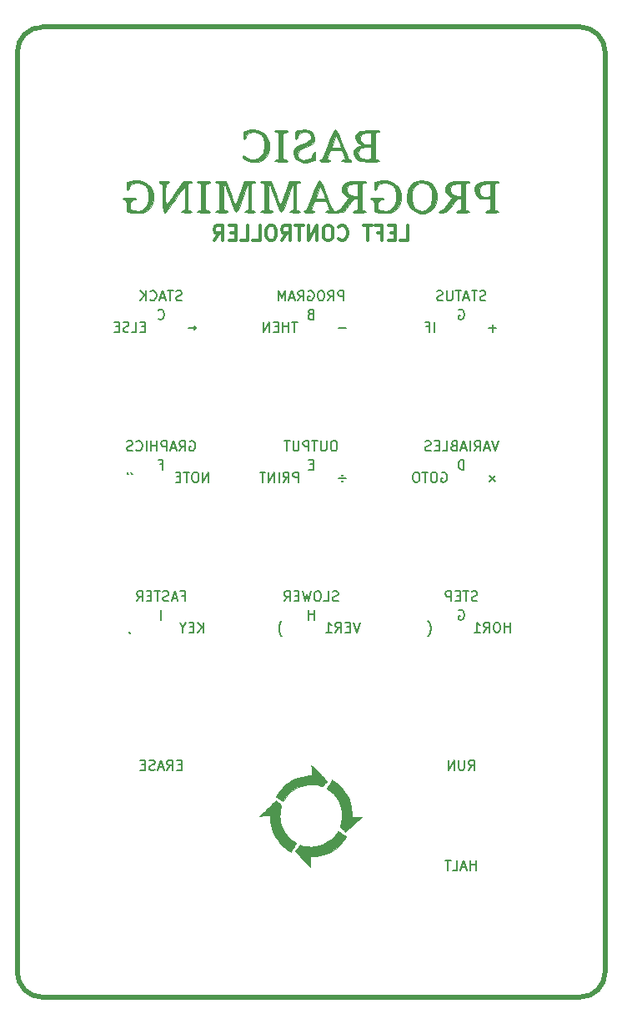
<source format=gbo>
%TF.GenerationSoftware,KiCad,Pcbnew,(5.1.8)-1*%
%TF.CreationDate,2021-02-21T21:54:25+01:00*%
%TF.ProjectId,A2600 Faceplate Basic,41323630-3020-4466-9163-65706c617465,rev?*%
%TF.SameCoordinates,Original*%
%TF.FileFunction,Legend,Bot*%
%TF.FilePolarity,Positive*%
%FSLAX46Y46*%
G04 Gerber Fmt 4.6, Leading zero omitted, Abs format (unit mm)*
G04 Created by KiCad (PCBNEW (5.1.8)-1) date 2021-02-21 21:54:25*
%MOMM*%
%LPD*%
G01*
G04 APERTURE LIST*
%ADD10C,0.500000*%
%ADD11C,0.150000*%
%ADD12C,0.300000*%
%ADD13C,0.010000*%
G04 APERTURE END LIST*
D10*
X179705000Y-40640000D02*
X125095000Y-40640000D01*
X182245000Y-136525000D02*
X182245000Y-43180000D01*
X179705000Y-139065000D02*
G75*
G03*
X182245000Y-136525000I0J2540000D01*
G01*
X122555000Y-43180000D02*
X122555000Y-136525000D01*
X122555000Y-136525000D02*
G75*
G03*
X125095000Y-139065000I2540000J0D01*
G01*
X125095000Y-40640000D02*
G75*
G03*
X122555000Y-43180000I0J-2540000D01*
G01*
X125095000Y-139065000D02*
X179705000Y-139065000D01*
X182245000Y-43180000D02*
G75*
G03*
X179705000Y-40640000I-2540000J0D01*
G01*
D11*
X135532619Y-71048571D02*
X135199285Y-71048571D01*
X135056428Y-71572380D02*
X135532619Y-71572380D01*
X135532619Y-70572380D01*
X135056428Y-70572380D01*
X134151666Y-71572380D02*
X134627857Y-71572380D01*
X134627857Y-70572380D01*
X133865952Y-71524761D02*
X133723095Y-71572380D01*
X133485000Y-71572380D01*
X133389761Y-71524761D01*
X133342142Y-71477142D01*
X133294523Y-71381904D01*
X133294523Y-71286666D01*
X133342142Y-71191428D01*
X133389761Y-71143809D01*
X133485000Y-71096190D01*
X133675476Y-71048571D01*
X133770714Y-71000952D01*
X133818333Y-70953333D01*
X133865952Y-70858095D01*
X133865952Y-70762857D01*
X133818333Y-70667619D01*
X133770714Y-70620000D01*
X133675476Y-70572380D01*
X133437380Y-70572380D01*
X133294523Y-70620000D01*
X132865952Y-71048571D02*
X132532619Y-71048571D01*
X132389761Y-71572380D02*
X132865952Y-71572380D01*
X132865952Y-70572380D01*
X132389761Y-70572380D01*
X139255238Y-68349761D02*
X139112380Y-68397380D01*
X138874285Y-68397380D01*
X138779047Y-68349761D01*
X138731428Y-68302142D01*
X138683809Y-68206904D01*
X138683809Y-68111666D01*
X138731428Y-68016428D01*
X138779047Y-67968809D01*
X138874285Y-67921190D01*
X139064761Y-67873571D01*
X139160000Y-67825952D01*
X139207619Y-67778333D01*
X139255238Y-67683095D01*
X139255238Y-67587857D01*
X139207619Y-67492619D01*
X139160000Y-67445000D01*
X139064761Y-67397380D01*
X138826666Y-67397380D01*
X138683809Y-67445000D01*
X138398095Y-67397380D02*
X137826666Y-67397380D01*
X138112380Y-68397380D02*
X138112380Y-67397380D01*
X137540952Y-68111666D02*
X137064761Y-68111666D01*
X137636190Y-68397380D02*
X137302857Y-67397380D01*
X136969523Y-68397380D01*
X136064761Y-68302142D02*
X136112380Y-68349761D01*
X136255238Y-68397380D01*
X136350476Y-68397380D01*
X136493333Y-68349761D01*
X136588571Y-68254523D01*
X136636190Y-68159285D01*
X136683809Y-67968809D01*
X136683809Y-67825952D01*
X136636190Y-67635476D01*
X136588571Y-67540238D01*
X136493333Y-67445000D01*
X136350476Y-67397380D01*
X136255238Y-67397380D01*
X136112380Y-67445000D01*
X136064761Y-67492619D01*
X135636190Y-68397380D02*
X135636190Y-67397380D01*
X135064761Y-68397380D02*
X135493333Y-67825952D01*
X135064761Y-67397380D02*
X135636190Y-67968809D01*
X136850476Y-70207142D02*
X136898095Y-70254761D01*
X137040952Y-70302380D01*
X137136190Y-70302380D01*
X137279047Y-70254761D01*
X137374285Y-70159523D01*
X137421904Y-70064285D01*
X137469523Y-69873809D01*
X137469523Y-69730952D01*
X137421904Y-69540476D01*
X137374285Y-69445238D01*
X137279047Y-69350000D01*
X137136190Y-69302380D01*
X137040952Y-69302380D01*
X136898095Y-69350000D01*
X136850476Y-69397619D01*
X139954047Y-71191428D02*
X140715952Y-71191428D01*
X140525476Y-71381904D02*
X140715952Y-71191428D01*
X140525476Y-71000952D01*
X151010714Y-70572380D02*
X150439285Y-70572380D01*
X150725000Y-71572380D02*
X150725000Y-70572380D01*
X150105952Y-71572380D02*
X150105952Y-70572380D01*
X150105952Y-71048571D02*
X149534523Y-71048571D01*
X149534523Y-71572380D02*
X149534523Y-70572380D01*
X149058333Y-71048571D02*
X148725000Y-71048571D01*
X148582142Y-71572380D02*
X149058333Y-71572380D01*
X149058333Y-70572380D01*
X148582142Y-70572380D01*
X148153571Y-71572380D02*
X148153571Y-70572380D01*
X147582142Y-71572380D01*
X147582142Y-70572380D01*
X155685714Y-68397380D02*
X155685714Y-67397380D01*
X155304761Y-67397380D01*
X155209523Y-67445000D01*
X155161904Y-67492619D01*
X155114285Y-67587857D01*
X155114285Y-67730714D01*
X155161904Y-67825952D01*
X155209523Y-67873571D01*
X155304761Y-67921190D01*
X155685714Y-67921190D01*
X154114285Y-68397380D02*
X154447619Y-67921190D01*
X154685714Y-68397380D02*
X154685714Y-67397380D01*
X154304761Y-67397380D01*
X154209523Y-67445000D01*
X154161904Y-67492619D01*
X154114285Y-67587857D01*
X154114285Y-67730714D01*
X154161904Y-67825952D01*
X154209523Y-67873571D01*
X154304761Y-67921190D01*
X154685714Y-67921190D01*
X153495238Y-67397380D02*
X153304761Y-67397380D01*
X153209523Y-67445000D01*
X153114285Y-67540238D01*
X153066666Y-67730714D01*
X153066666Y-68064047D01*
X153114285Y-68254523D01*
X153209523Y-68349761D01*
X153304761Y-68397380D01*
X153495238Y-68397380D01*
X153590476Y-68349761D01*
X153685714Y-68254523D01*
X153733333Y-68064047D01*
X153733333Y-67730714D01*
X153685714Y-67540238D01*
X153590476Y-67445000D01*
X153495238Y-67397380D01*
X152114285Y-67445000D02*
X152209523Y-67397380D01*
X152352380Y-67397380D01*
X152495238Y-67445000D01*
X152590476Y-67540238D01*
X152638095Y-67635476D01*
X152685714Y-67825952D01*
X152685714Y-67968809D01*
X152638095Y-68159285D01*
X152590476Y-68254523D01*
X152495238Y-68349761D01*
X152352380Y-68397380D01*
X152257142Y-68397380D01*
X152114285Y-68349761D01*
X152066666Y-68302142D01*
X152066666Y-67968809D01*
X152257142Y-67968809D01*
X151066666Y-68397380D02*
X151400000Y-67921190D01*
X151638095Y-68397380D02*
X151638095Y-67397380D01*
X151257142Y-67397380D01*
X151161904Y-67445000D01*
X151114285Y-67492619D01*
X151066666Y-67587857D01*
X151066666Y-67730714D01*
X151114285Y-67825952D01*
X151161904Y-67873571D01*
X151257142Y-67921190D01*
X151638095Y-67921190D01*
X150685714Y-68111666D02*
X150209523Y-68111666D01*
X150780952Y-68397380D02*
X150447619Y-67397380D01*
X150114285Y-68397380D01*
X149780952Y-68397380D02*
X149780952Y-67397380D01*
X149447619Y-68111666D01*
X149114285Y-67397380D01*
X149114285Y-68397380D01*
X152328571Y-69778571D02*
X152185714Y-69826190D01*
X152138095Y-69873809D01*
X152090476Y-69969047D01*
X152090476Y-70111904D01*
X152138095Y-70207142D01*
X152185714Y-70254761D01*
X152280952Y-70302380D01*
X152661904Y-70302380D01*
X152661904Y-69302380D01*
X152328571Y-69302380D01*
X152233333Y-69350000D01*
X152185714Y-69397619D01*
X152138095Y-69492857D01*
X152138095Y-69588095D01*
X152185714Y-69683333D01*
X152233333Y-69730952D01*
X152328571Y-69778571D01*
X152661904Y-69778571D01*
X155955952Y-71191428D02*
X155194047Y-71191428D01*
X164893571Y-71572380D02*
X164893571Y-70572380D01*
X164084047Y-71048571D02*
X164417380Y-71048571D01*
X164417380Y-71572380D02*
X164417380Y-70572380D01*
X163941190Y-70572380D01*
X170116190Y-68349761D02*
X169973333Y-68397380D01*
X169735238Y-68397380D01*
X169640000Y-68349761D01*
X169592380Y-68302142D01*
X169544761Y-68206904D01*
X169544761Y-68111666D01*
X169592380Y-68016428D01*
X169640000Y-67968809D01*
X169735238Y-67921190D01*
X169925714Y-67873571D01*
X170020952Y-67825952D01*
X170068571Y-67778333D01*
X170116190Y-67683095D01*
X170116190Y-67587857D01*
X170068571Y-67492619D01*
X170020952Y-67445000D01*
X169925714Y-67397380D01*
X169687619Y-67397380D01*
X169544761Y-67445000D01*
X169259047Y-67397380D02*
X168687619Y-67397380D01*
X168973333Y-68397380D02*
X168973333Y-67397380D01*
X168401904Y-68111666D02*
X167925714Y-68111666D01*
X168497142Y-68397380D02*
X168163809Y-67397380D01*
X167830476Y-68397380D01*
X167640000Y-67397380D02*
X167068571Y-67397380D01*
X167354285Y-68397380D02*
X167354285Y-67397380D01*
X166735238Y-67397380D02*
X166735238Y-68206904D01*
X166687619Y-68302142D01*
X166640000Y-68349761D01*
X166544761Y-68397380D01*
X166354285Y-68397380D01*
X166259047Y-68349761D01*
X166211428Y-68302142D01*
X166163809Y-68206904D01*
X166163809Y-67397380D01*
X165735238Y-68349761D02*
X165592380Y-68397380D01*
X165354285Y-68397380D01*
X165259047Y-68349761D01*
X165211428Y-68302142D01*
X165163809Y-68206904D01*
X165163809Y-68111666D01*
X165211428Y-68016428D01*
X165259047Y-67968809D01*
X165354285Y-67921190D01*
X165544761Y-67873571D01*
X165640000Y-67825952D01*
X165687619Y-67778333D01*
X165735238Y-67683095D01*
X165735238Y-67587857D01*
X165687619Y-67492619D01*
X165640000Y-67445000D01*
X165544761Y-67397380D01*
X165306666Y-67397380D01*
X165163809Y-67445000D01*
X167378095Y-69350000D02*
X167473333Y-69302380D01*
X167616190Y-69302380D01*
X167759047Y-69350000D01*
X167854285Y-69445238D01*
X167901904Y-69540476D01*
X167949523Y-69730952D01*
X167949523Y-69873809D01*
X167901904Y-70064285D01*
X167854285Y-70159523D01*
X167759047Y-70254761D01*
X167616190Y-70302380D01*
X167520952Y-70302380D01*
X167378095Y-70254761D01*
X167330476Y-70207142D01*
X167330476Y-69873809D01*
X167520952Y-69873809D01*
X171195952Y-71191428D02*
X170434047Y-71191428D01*
X170815000Y-71572380D02*
X170815000Y-70810476D01*
X165631666Y-85860000D02*
X165726904Y-85812380D01*
X165869761Y-85812380D01*
X166012619Y-85860000D01*
X166107857Y-85955238D01*
X166155476Y-86050476D01*
X166203095Y-86240952D01*
X166203095Y-86383809D01*
X166155476Y-86574285D01*
X166107857Y-86669523D01*
X166012619Y-86764761D01*
X165869761Y-86812380D01*
X165774523Y-86812380D01*
X165631666Y-86764761D01*
X165584047Y-86717142D01*
X165584047Y-86383809D01*
X165774523Y-86383809D01*
X164965000Y-85812380D02*
X164774523Y-85812380D01*
X164679285Y-85860000D01*
X164584047Y-85955238D01*
X164536428Y-86145714D01*
X164536428Y-86479047D01*
X164584047Y-86669523D01*
X164679285Y-86764761D01*
X164774523Y-86812380D01*
X164965000Y-86812380D01*
X165060238Y-86764761D01*
X165155476Y-86669523D01*
X165203095Y-86479047D01*
X165203095Y-86145714D01*
X165155476Y-85955238D01*
X165060238Y-85860000D01*
X164965000Y-85812380D01*
X164250714Y-85812380D02*
X163679285Y-85812380D01*
X163965000Y-86812380D02*
X163965000Y-85812380D01*
X163155476Y-85812380D02*
X162965000Y-85812380D01*
X162869761Y-85860000D01*
X162774523Y-85955238D01*
X162726904Y-86145714D01*
X162726904Y-86479047D01*
X162774523Y-86669523D01*
X162869761Y-86764761D01*
X162965000Y-86812380D01*
X163155476Y-86812380D01*
X163250714Y-86764761D01*
X163345952Y-86669523D01*
X163393571Y-86479047D01*
X163393571Y-86145714D01*
X163345952Y-85955238D01*
X163250714Y-85860000D01*
X163155476Y-85812380D01*
X171401904Y-82637380D02*
X171068571Y-83637380D01*
X170735238Y-82637380D01*
X170449523Y-83351666D02*
X169973333Y-83351666D01*
X170544761Y-83637380D02*
X170211428Y-82637380D01*
X169878095Y-83637380D01*
X168973333Y-83637380D02*
X169306666Y-83161190D01*
X169544761Y-83637380D02*
X169544761Y-82637380D01*
X169163809Y-82637380D01*
X169068571Y-82685000D01*
X169020952Y-82732619D01*
X168973333Y-82827857D01*
X168973333Y-82970714D01*
X169020952Y-83065952D01*
X169068571Y-83113571D01*
X169163809Y-83161190D01*
X169544761Y-83161190D01*
X168544761Y-83637380D02*
X168544761Y-82637380D01*
X168116190Y-83351666D02*
X167640000Y-83351666D01*
X168211428Y-83637380D02*
X167878095Y-82637380D01*
X167544761Y-83637380D01*
X166878095Y-83113571D02*
X166735238Y-83161190D01*
X166687619Y-83208809D01*
X166640000Y-83304047D01*
X166640000Y-83446904D01*
X166687619Y-83542142D01*
X166735238Y-83589761D01*
X166830476Y-83637380D01*
X167211428Y-83637380D01*
X167211428Y-82637380D01*
X166878095Y-82637380D01*
X166782857Y-82685000D01*
X166735238Y-82732619D01*
X166687619Y-82827857D01*
X166687619Y-82923095D01*
X166735238Y-83018333D01*
X166782857Y-83065952D01*
X166878095Y-83113571D01*
X167211428Y-83113571D01*
X165735238Y-83637380D02*
X166211428Y-83637380D01*
X166211428Y-82637380D01*
X165401904Y-83113571D02*
X165068571Y-83113571D01*
X164925714Y-83637380D02*
X165401904Y-83637380D01*
X165401904Y-82637380D01*
X164925714Y-82637380D01*
X164544761Y-83589761D02*
X164401904Y-83637380D01*
X164163809Y-83637380D01*
X164068571Y-83589761D01*
X164020952Y-83542142D01*
X163973333Y-83446904D01*
X163973333Y-83351666D01*
X164020952Y-83256428D01*
X164068571Y-83208809D01*
X164163809Y-83161190D01*
X164354285Y-83113571D01*
X164449523Y-83065952D01*
X164497142Y-83018333D01*
X164544761Y-82923095D01*
X164544761Y-82827857D01*
X164497142Y-82732619D01*
X164449523Y-82685000D01*
X164354285Y-82637380D01*
X164116190Y-82637380D01*
X163973333Y-82685000D01*
X167901904Y-85542380D02*
X167901904Y-84542380D01*
X167663809Y-84542380D01*
X167520952Y-84590000D01*
X167425714Y-84685238D01*
X167378095Y-84780476D01*
X167330476Y-84970952D01*
X167330476Y-85113809D01*
X167378095Y-85304285D01*
X167425714Y-85399523D01*
X167520952Y-85494761D01*
X167663809Y-85542380D01*
X167901904Y-85542380D01*
X171100714Y-86145714D02*
X170529285Y-86717142D01*
X170529285Y-86145714D02*
X171100714Y-86717142D01*
X151129761Y-86812380D02*
X151129761Y-85812380D01*
X150748809Y-85812380D01*
X150653571Y-85860000D01*
X150605952Y-85907619D01*
X150558333Y-86002857D01*
X150558333Y-86145714D01*
X150605952Y-86240952D01*
X150653571Y-86288571D01*
X150748809Y-86336190D01*
X151129761Y-86336190D01*
X149558333Y-86812380D02*
X149891666Y-86336190D01*
X150129761Y-86812380D02*
X150129761Y-85812380D01*
X149748809Y-85812380D01*
X149653571Y-85860000D01*
X149605952Y-85907619D01*
X149558333Y-86002857D01*
X149558333Y-86145714D01*
X149605952Y-86240952D01*
X149653571Y-86288571D01*
X149748809Y-86336190D01*
X150129761Y-86336190D01*
X149129761Y-86812380D02*
X149129761Y-85812380D01*
X148653571Y-86812380D02*
X148653571Y-85812380D01*
X148082142Y-86812380D01*
X148082142Y-85812380D01*
X147748809Y-85812380D02*
X147177380Y-85812380D01*
X147463095Y-86812380D02*
X147463095Y-85812380D01*
X154804761Y-82637380D02*
X154614285Y-82637380D01*
X154519047Y-82685000D01*
X154423809Y-82780238D01*
X154376190Y-82970714D01*
X154376190Y-83304047D01*
X154423809Y-83494523D01*
X154519047Y-83589761D01*
X154614285Y-83637380D01*
X154804761Y-83637380D01*
X154900000Y-83589761D01*
X154995238Y-83494523D01*
X155042857Y-83304047D01*
X155042857Y-82970714D01*
X154995238Y-82780238D01*
X154900000Y-82685000D01*
X154804761Y-82637380D01*
X153947619Y-82637380D02*
X153947619Y-83446904D01*
X153900000Y-83542142D01*
X153852380Y-83589761D01*
X153757142Y-83637380D01*
X153566666Y-83637380D01*
X153471428Y-83589761D01*
X153423809Y-83542142D01*
X153376190Y-83446904D01*
X153376190Y-82637380D01*
X153042857Y-82637380D02*
X152471428Y-82637380D01*
X152757142Y-83637380D02*
X152757142Y-82637380D01*
X152138095Y-83637380D02*
X152138095Y-82637380D01*
X151757142Y-82637380D01*
X151661904Y-82685000D01*
X151614285Y-82732619D01*
X151566666Y-82827857D01*
X151566666Y-82970714D01*
X151614285Y-83065952D01*
X151661904Y-83113571D01*
X151757142Y-83161190D01*
X152138095Y-83161190D01*
X151138095Y-82637380D02*
X151138095Y-83446904D01*
X151090476Y-83542142D01*
X151042857Y-83589761D01*
X150947619Y-83637380D01*
X150757142Y-83637380D01*
X150661904Y-83589761D01*
X150614285Y-83542142D01*
X150566666Y-83446904D01*
X150566666Y-82637380D01*
X150233333Y-82637380D02*
X149661904Y-82637380D01*
X149947619Y-83637380D02*
X149947619Y-82637380D01*
X152614285Y-85018571D02*
X152280952Y-85018571D01*
X152138095Y-85542380D02*
X152614285Y-85542380D01*
X152614285Y-84542380D01*
X152138095Y-84542380D01*
X155194047Y-86431428D02*
X155955952Y-86431428D01*
X155575000Y-86669523D02*
X155527380Y-86717142D01*
X155575000Y-86764761D01*
X155622619Y-86717142D01*
X155575000Y-86669523D01*
X155575000Y-86764761D01*
X155575000Y-86098095D02*
X155527380Y-86145714D01*
X155575000Y-86193333D01*
X155622619Y-86145714D01*
X155575000Y-86098095D01*
X155575000Y-86193333D01*
X134127857Y-85812380D02*
X134127857Y-85860000D01*
X134175476Y-85955238D01*
X134223095Y-86002857D01*
X133746904Y-85812380D02*
X133746904Y-85860000D01*
X133794523Y-85955238D01*
X133842142Y-86002857D01*
X140064761Y-82685000D02*
X140160000Y-82637380D01*
X140302857Y-82637380D01*
X140445714Y-82685000D01*
X140540952Y-82780238D01*
X140588571Y-82875476D01*
X140636190Y-83065952D01*
X140636190Y-83208809D01*
X140588571Y-83399285D01*
X140540952Y-83494523D01*
X140445714Y-83589761D01*
X140302857Y-83637380D01*
X140207619Y-83637380D01*
X140064761Y-83589761D01*
X140017142Y-83542142D01*
X140017142Y-83208809D01*
X140207619Y-83208809D01*
X139017142Y-83637380D02*
X139350476Y-83161190D01*
X139588571Y-83637380D02*
X139588571Y-82637380D01*
X139207619Y-82637380D01*
X139112380Y-82685000D01*
X139064761Y-82732619D01*
X139017142Y-82827857D01*
X139017142Y-82970714D01*
X139064761Y-83065952D01*
X139112380Y-83113571D01*
X139207619Y-83161190D01*
X139588571Y-83161190D01*
X138636190Y-83351666D02*
X138160000Y-83351666D01*
X138731428Y-83637380D02*
X138398095Y-82637380D01*
X138064761Y-83637380D01*
X137731428Y-83637380D02*
X137731428Y-82637380D01*
X137350476Y-82637380D01*
X137255238Y-82685000D01*
X137207619Y-82732619D01*
X137160000Y-82827857D01*
X137160000Y-82970714D01*
X137207619Y-83065952D01*
X137255238Y-83113571D01*
X137350476Y-83161190D01*
X137731428Y-83161190D01*
X136731428Y-83637380D02*
X136731428Y-82637380D01*
X136731428Y-83113571D02*
X136160000Y-83113571D01*
X136160000Y-83637380D02*
X136160000Y-82637380D01*
X135683809Y-83637380D02*
X135683809Y-82637380D01*
X134636190Y-83542142D02*
X134683809Y-83589761D01*
X134826666Y-83637380D01*
X134921904Y-83637380D01*
X135064761Y-83589761D01*
X135160000Y-83494523D01*
X135207619Y-83399285D01*
X135255238Y-83208809D01*
X135255238Y-83065952D01*
X135207619Y-82875476D01*
X135160000Y-82780238D01*
X135064761Y-82685000D01*
X134921904Y-82637380D01*
X134826666Y-82637380D01*
X134683809Y-82685000D01*
X134636190Y-82732619D01*
X134255238Y-83589761D02*
X134112380Y-83637380D01*
X133874285Y-83637380D01*
X133779047Y-83589761D01*
X133731428Y-83542142D01*
X133683809Y-83446904D01*
X133683809Y-83351666D01*
X133731428Y-83256428D01*
X133779047Y-83208809D01*
X133874285Y-83161190D01*
X134064761Y-83113571D01*
X134160000Y-83065952D01*
X134207619Y-83018333D01*
X134255238Y-82923095D01*
X134255238Y-82827857D01*
X134207619Y-82732619D01*
X134160000Y-82685000D01*
X134064761Y-82637380D01*
X133826666Y-82637380D01*
X133683809Y-82685000D01*
X137017142Y-85018571D02*
X137350476Y-85018571D01*
X137350476Y-85542380D02*
X137350476Y-84542380D01*
X136874285Y-84542380D01*
X141977857Y-86812380D02*
X141977857Y-85812380D01*
X141406428Y-86812380D01*
X141406428Y-85812380D01*
X140739761Y-85812380D02*
X140549285Y-85812380D01*
X140454047Y-85860000D01*
X140358809Y-85955238D01*
X140311190Y-86145714D01*
X140311190Y-86479047D01*
X140358809Y-86669523D01*
X140454047Y-86764761D01*
X140549285Y-86812380D01*
X140739761Y-86812380D01*
X140835000Y-86764761D01*
X140930238Y-86669523D01*
X140977857Y-86479047D01*
X140977857Y-86145714D01*
X140930238Y-85955238D01*
X140835000Y-85860000D01*
X140739761Y-85812380D01*
X140025476Y-85812380D02*
X139454047Y-85812380D01*
X139739761Y-86812380D02*
X139739761Y-85812380D01*
X139120714Y-86288571D02*
X138787380Y-86288571D01*
X138644523Y-86812380D02*
X139120714Y-86812380D01*
X139120714Y-85812380D01*
X138644523Y-85812380D01*
X133937380Y-102004761D02*
X133937380Y-102052380D01*
X133985000Y-102147619D01*
X134032619Y-102195238D01*
X139255238Y-98353571D02*
X139588571Y-98353571D01*
X139588571Y-98877380D02*
X139588571Y-97877380D01*
X139112380Y-97877380D01*
X138779047Y-98591666D02*
X138302857Y-98591666D01*
X138874285Y-98877380D02*
X138540952Y-97877380D01*
X138207619Y-98877380D01*
X137921904Y-98829761D02*
X137779047Y-98877380D01*
X137540952Y-98877380D01*
X137445714Y-98829761D01*
X137398095Y-98782142D01*
X137350476Y-98686904D01*
X137350476Y-98591666D01*
X137398095Y-98496428D01*
X137445714Y-98448809D01*
X137540952Y-98401190D01*
X137731428Y-98353571D01*
X137826666Y-98305952D01*
X137874285Y-98258333D01*
X137921904Y-98163095D01*
X137921904Y-98067857D01*
X137874285Y-97972619D01*
X137826666Y-97925000D01*
X137731428Y-97877380D01*
X137493333Y-97877380D01*
X137350476Y-97925000D01*
X137064761Y-97877380D02*
X136493333Y-97877380D01*
X136779047Y-98877380D02*
X136779047Y-97877380D01*
X136160000Y-98353571D02*
X135826666Y-98353571D01*
X135683809Y-98877380D02*
X136160000Y-98877380D01*
X136160000Y-97877380D01*
X135683809Y-97877380D01*
X134683809Y-98877380D02*
X135017142Y-98401190D01*
X135255238Y-98877380D02*
X135255238Y-97877380D01*
X134874285Y-97877380D01*
X134779047Y-97925000D01*
X134731428Y-97972619D01*
X134683809Y-98067857D01*
X134683809Y-98210714D01*
X134731428Y-98305952D01*
X134779047Y-98353571D01*
X134874285Y-98401190D01*
X135255238Y-98401190D01*
X137160000Y-100782380D02*
X137160000Y-99782380D01*
X141477857Y-102052380D02*
X141477857Y-101052380D01*
X140906428Y-102052380D02*
X141335000Y-101480952D01*
X140906428Y-101052380D02*
X141477857Y-101623809D01*
X140477857Y-101528571D02*
X140144523Y-101528571D01*
X140001666Y-102052380D02*
X140477857Y-102052380D01*
X140477857Y-101052380D01*
X140001666Y-101052380D01*
X139382619Y-101576190D02*
X139382619Y-102052380D01*
X139715952Y-101052380D02*
X139382619Y-101576190D01*
X139049285Y-101052380D01*
X149415476Y-102433333D02*
X149367857Y-102385714D01*
X149272619Y-102242857D01*
X149225000Y-102147619D01*
X149177380Y-102004761D01*
X149129761Y-101766666D01*
X149129761Y-101576190D01*
X149177380Y-101338095D01*
X149225000Y-101195238D01*
X149272619Y-101100000D01*
X149367857Y-100957142D01*
X149415476Y-100909523D01*
X155138095Y-98829761D02*
X154995238Y-98877380D01*
X154757142Y-98877380D01*
X154661904Y-98829761D01*
X154614285Y-98782142D01*
X154566666Y-98686904D01*
X154566666Y-98591666D01*
X154614285Y-98496428D01*
X154661904Y-98448809D01*
X154757142Y-98401190D01*
X154947619Y-98353571D01*
X155042857Y-98305952D01*
X155090476Y-98258333D01*
X155138095Y-98163095D01*
X155138095Y-98067857D01*
X155090476Y-97972619D01*
X155042857Y-97925000D01*
X154947619Y-97877380D01*
X154709523Y-97877380D01*
X154566666Y-97925000D01*
X153661904Y-98877380D02*
X154138095Y-98877380D01*
X154138095Y-97877380D01*
X153138095Y-97877380D02*
X152947619Y-97877380D01*
X152852380Y-97925000D01*
X152757142Y-98020238D01*
X152709523Y-98210714D01*
X152709523Y-98544047D01*
X152757142Y-98734523D01*
X152852380Y-98829761D01*
X152947619Y-98877380D01*
X153138095Y-98877380D01*
X153233333Y-98829761D01*
X153328571Y-98734523D01*
X153376190Y-98544047D01*
X153376190Y-98210714D01*
X153328571Y-98020238D01*
X153233333Y-97925000D01*
X153138095Y-97877380D01*
X152376190Y-97877380D02*
X152138095Y-98877380D01*
X151947619Y-98163095D01*
X151757142Y-98877380D01*
X151519047Y-97877380D01*
X151138095Y-98353571D02*
X150804761Y-98353571D01*
X150661904Y-98877380D02*
X151138095Y-98877380D01*
X151138095Y-97877380D01*
X150661904Y-97877380D01*
X149661904Y-98877380D02*
X149995238Y-98401190D01*
X150233333Y-98877380D02*
X150233333Y-97877380D01*
X149852380Y-97877380D01*
X149757142Y-97925000D01*
X149709523Y-97972619D01*
X149661904Y-98067857D01*
X149661904Y-98210714D01*
X149709523Y-98305952D01*
X149757142Y-98353571D01*
X149852380Y-98401190D01*
X150233333Y-98401190D01*
X152685714Y-100782380D02*
X152685714Y-99782380D01*
X152685714Y-100258571D02*
X152114285Y-100258571D01*
X152114285Y-100782380D02*
X152114285Y-99782380D01*
X157336904Y-101052380D02*
X157003571Y-102052380D01*
X156670238Y-101052380D01*
X156336904Y-101528571D02*
X156003571Y-101528571D01*
X155860714Y-102052380D02*
X156336904Y-102052380D01*
X156336904Y-101052380D01*
X155860714Y-101052380D01*
X154860714Y-102052380D02*
X155194047Y-101576190D01*
X155432142Y-102052380D02*
X155432142Y-101052380D01*
X155051190Y-101052380D01*
X154955952Y-101100000D01*
X154908333Y-101147619D01*
X154860714Y-101242857D01*
X154860714Y-101385714D01*
X154908333Y-101480952D01*
X154955952Y-101528571D01*
X155051190Y-101576190D01*
X155432142Y-101576190D01*
X153908333Y-102052380D02*
X154479761Y-102052380D01*
X154194047Y-102052380D02*
X154194047Y-101052380D01*
X154289285Y-101195238D01*
X154384523Y-101290476D01*
X154479761Y-101338095D01*
X169259047Y-98829761D02*
X169116190Y-98877380D01*
X168878095Y-98877380D01*
X168782857Y-98829761D01*
X168735238Y-98782142D01*
X168687619Y-98686904D01*
X168687619Y-98591666D01*
X168735238Y-98496428D01*
X168782857Y-98448809D01*
X168878095Y-98401190D01*
X169068571Y-98353571D01*
X169163809Y-98305952D01*
X169211428Y-98258333D01*
X169259047Y-98163095D01*
X169259047Y-98067857D01*
X169211428Y-97972619D01*
X169163809Y-97925000D01*
X169068571Y-97877380D01*
X168830476Y-97877380D01*
X168687619Y-97925000D01*
X168401904Y-97877380D02*
X167830476Y-97877380D01*
X168116190Y-98877380D02*
X168116190Y-97877380D01*
X167497142Y-98353571D02*
X167163809Y-98353571D01*
X167020952Y-98877380D02*
X167497142Y-98877380D01*
X167497142Y-97877380D01*
X167020952Y-97877380D01*
X166592380Y-98877380D02*
X166592380Y-97877380D01*
X166211428Y-97877380D01*
X166116190Y-97925000D01*
X166068571Y-97972619D01*
X166020952Y-98067857D01*
X166020952Y-98210714D01*
X166068571Y-98305952D01*
X166116190Y-98353571D01*
X166211428Y-98401190D01*
X166592380Y-98401190D01*
X167378095Y-99830000D02*
X167473333Y-99782380D01*
X167616190Y-99782380D01*
X167759047Y-99830000D01*
X167854285Y-99925238D01*
X167901904Y-100020476D01*
X167949523Y-100210952D01*
X167949523Y-100353809D01*
X167901904Y-100544285D01*
X167854285Y-100639523D01*
X167759047Y-100734761D01*
X167616190Y-100782380D01*
X167520952Y-100782380D01*
X167378095Y-100734761D01*
X167330476Y-100687142D01*
X167330476Y-100353809D01*
X167520952Y-100353809D01*
X164274523Y-102433333D02*
X164322142Y-102385714D01*
X164417380Y-102242857D01*
X164465000Y-102147619D01*
X164512619Y-102004761D01*
X164560238Y-101766666D01*
X164560238Y-101576190D01*
X164512619Y-101338095D01*
X164465000Y-101195238D01*
X164417380Y-101100000D01*
X164322142Y-100957142D01*
X164274523Y-100909523D01*
X172600714Y-102052380D02*
X172600714Y-101052380D01*
X172600714Y-101528571D02*
X172029285Y-101528571D01*
X172029285Y-102052380D02*
X172029285Y-101052380D01*
X171362619Y-101052380D02*
X171172142Y-101052380D01*
X171076904Y-101100000D01*
X170981666Y-101195238D01*
X170934047Y-101385714D01*
X170934047Y-101719047D01*
X170981666Y-101909523D01*
X171076904Y-102004761D01*
X171172142Y-102052380D01*
X171362619Y-102052380D01*
X171457857Y-102004761D01*
X171553095Y-101909523D01*
X171600714Y-101719047D01*
X171600714Y-101385714D01*
X171553095Y-101195238D01*
X171457857Y-101100000D01*
X171362619Y-101052380D01*
X169934047Y-102052380D02*
X170267380Y-101576190D01*
X170505476Y-102052380D02*
X170505476Y-101052380D01*
X170124523Y-101052380D01*
X170029285Y-101100000D01*
X169981666Y-101147619D01*
X169934047Y-101242857D01*
X169934047Y-101385714D01*
X169981666Y-101480952D01*
X170029285Y-101528571D01*
X170124523Y-101576190D01*
X170505476Y-101576190D01*
X168981666Y-102052380D02*
X169553095Y-102052380D01*
X169267380Y-102052380D02*
X169267380Y-101052380D01*
X169362619Y-101195238D01*
X169457857Y-101290476D01*
X169553095Y-101338095D01*
X139231428Y-115498571D02*
X138898095Y-115498571D01*
X138755238Y-116022380D02*
X139231428Y-116022380D01*
X139231428Y-115022380D01*
X138755238Y-115022380D01*
X137755238Y-116022380D02*
X138088571Y-115546190D01*
X138326666Y-116022380D02*
X138326666Y-115022380D01*
X137945714Y-115022380D01*
X137850476Y-115070000D01*
X137802857Y-115117619D01*
X137755238Y-115212857D01*
X137755238Y-115355714D01*
X137802857Y-115450952D01*
X137850476Y-115498571D01*
X137945714Y-115546190D01*
X138326666Y-115546190D01*
X137374285Y-115736666D02*
X136898095Y-115736666D01*
X137469523Y-116022380D02*
X137136190Y-115022380D01*
X136802857Y-116022380D01*
X136517142Y-115974761D02*
X136374285Y-116022380D01*
X136136190Y-116022380D01*
X136040952Y-115974761D01*
X135993333Y-115927142D01*
X135945714Y-115831904D01*
X135945714Y-115736666D01*
X135993333Y-115641428D01*
X136040952Y-115593809D01*
X136136190Y-115546190D01*
X136326666Y-115498571D01*
X136421904Y-115450952D01*
X136469523Y-115403333D01*
X136517142Y-115308095D01*
X136517142Y-115212857D01*
X136469523Y-115117619D01*
X136421904Y-115070000D01*
X136326666Y-115022380D01*
X136088571Y-115022380D01*
X135945714Y-115070000D01*
X135517142Y-115498571D02*
X135183809Y-115498571D01*
X135040952Y-116022380D02*
X135517142Y-116022380D01*
X135517142Y-115022380D01*
X135040952Y-115022380D01*
X169140000Y-126182380D02*
X169140000Y-125182380D01*
X169140000Y-125658571D02*
X168568571Y-125658571D01*
X168568571Y-126182380D02*
X168568571Y-125182380D01*
X168140000Y-125896666D02*
X167663809Y-125896666D01*
X168235238Y-126182380D02*
X167901904Y-125182380D01*
X167568571Y-126182380D01*
X166759047Y-126182380D02*
X167235238Y-126182380D01*
X167235238Y-125182380D01*
X166568571Y-125182380D02*
X165997142Y-125182380D01*
X166282857Y-126182380D02*
X166282857Y-125182380D01*
X168378095Y-116022380D02*
X168711428Y-115546190D01*
X168949523Y-116022380D02*
X168949523Y-115022380D01*
X168568571Y-115022380D01*
X168473333Y-115070000D01*
X168425714Y-115117619D01*
X168378095Y-115212857D01*
X168378095Y-115355714D01*
X168425714Y-115450952D01*
X168473333Y-115498571D01*
X168568571Y-115546190D01*
X168949523Y-115546190D01*
X167949523Y-115022380D02*
X167949523Y-115831904D01*
X167901904Y-115927142D01*
X167854285Y-115974761D01*
X167759047Y-116022380D01*
X167568571Y-116022380D01*
X167473333Y-115974761D01*
X167425714Y-115927142D01*
X167378095Y-115831904D01*
X167378095Y-115022380D01*
X166901904Y-116022380D02*
X166901904Y-115022380D01*
X166330476Y-116022380D01*
X166330476Y-115022380D01*
D12*
X161471428Y-62273571D02*
X162185714Y-62273571D01*
X162185714Y-60773571D01*
X160971428Y-61487857D02*
X160471428Y-61487857D01*
X160257142Y-62273571D02*
X160971428Y-62273571D01*
X160971428Y-60773571D01*
X160257142Y-60773571D01*
X159114285Y-61487857D02*
X159614285Y-61487857D01*
X159614285Y-62273571D02*
X159614285Y-60773571D01*
X158900000Y-60773571D01*
X158542857Y-60773571D02*
X157685714Y-60773571D01*
X158114285Y-62273571D02*
X158114285Y-60773571D01*
X155185714Y-62130714D02*
X155257142Y-62202142D01*
X155471428Y-62273571D01*
X155614285Y-62273571D01*
X155828571Y-62202142D01*
X155971428Y-62059285D01*
X156042857Y-61916428D01*
X156114285Y-61630714D01*
X156114285Y-61416428D01*
X156042857Y-61130714D01*
X155971428Y-60987857D01*
X155828571Y-60845000D01*
X155614285Y-60773571D01*
X155471428Y-60773571D01*
X155257142Y-60845000D01*
X155185714Y-60916428D01*
X154257142Y-60773571D02*
X153971428Y-60773571D01*
X153828571Y-60845000D01*
X153685714Y-60987857D01*
X153614285Y-61273571D01*
X153614285Y-61773571D01*
X153685714Y-62059285D01*
X153828571Y-62202142D01*
X153971428Y-62273571D01*
X154257142Y-62273571D01*
X154400000Y-62202142D01*
X154542857Y-62059285D01*
X154614285Y-61773571D01*
X154614285Y-61273571D01*
X154542857Y-60987857D01*
X154400000Y-60845000D01*
X154257142Y-60773571D01*
X152971428Y-62273571D02*
X152971428Y-60773571D01*
X152114285Y-62273571D01*
X152114285Y-60773571D01*
X151614285Y-60773571D02*
X150757142Y-60773571D01*
X151185714Y-62273571D02*
X151185714Y-60773571D01*
X149400000Y-62273571D02*
X149900000Y-61559285D01*
X150257142Y-62273571D02*
X150257142Y-60773571D01*
X149685714Y-60773571D01*
X149542857Y-60845000D01*
X149471428Y-60916428D01*
X149400000Y-61059285D01*
X149400000Y-61273571D01*
X149471428Y-61416428D01*
X149542857Y-61487857D01*
X149685714Y-61559285D01*
X150257142Y-61559285D01*
X148471428Y-60773571D02*
X148185714Y-60773571D01*
X148042857Y-60845000D01*
X147900000Y-60987857D01*
X147828571Y-61273571D01*
X147828571Y-61773571D01*
X147900000Y-62059285D01*
X148042857Y-62202142D01*
X148185714Y-62273571D01*
X148471428Y-62273571D01*
X148614285Y-62202142D01*
X148757142Y-62059285D01*
X148828571Y-61773571D01*
X148828571Y-61273571D01*
X148757142Y-60987857D01*
X148614285Y-60845000D01*
X148471428Y-60773571D01*
X146471428Y-62273571D02*
X147185714Y-62273571D01*
X147185714Y-60773571D01*
X145257142Y-62273571D02*
X145971428Y-62273571D01*
X145971428Y-60773571D01*
X144757142Y-61487857D02*
X144257142Y-61487857D01*
X144042857Y-62273571D02*
X144757142Y-62273571D01*
X144757142Y-60773571D01*
X144042857Y-60773571D01*
X142542857Y-62273571D02*
X143042857Y-61559285D01*
X143400000Y-62273571D02*
X143400000Y-60773571D01*
X142828571Y-60773571D01*
X142685714Y-60845000D01*
X142614285Y-60916428D01*
X142542857Y-61059285D01*
X142542857Y-61273571D01*
X142614285Y-61416428D01*
X142685714Y-61487857D01*
X142828571Y-61559285D01*
X143400000Y-61559285D01*
D13*
%TO.C,G\u002A\u002A\u002A*%
G36*
X152287793Y-125838065D02*
G01*
X152292053Y-125785220D01*
X152294832Y-125697843D01*
X152296108Y-125576796D01*
X152295858Y-125422941D01*
X152295152Y-125333620D01*
X152290089Y-124810219D01*
X152567294Y-124799490D01*
X152923961Y-124771016D01*
X153267081Y-124712877D01*
X153602650Y-124623564D01*
X153936663Y-124501571D01*
X154172807Y-124395901D01*
X154455197Y-124246827D01*
X154728905Y-124076204D01*
X154980890Y-123892227D01*
X155003500Y-123874129D01*
X155132306Y-123762817D01*
X155267952Y-123632515D01*
X155405388Y-123489102D01*
X155539568Y-123338460D01*
X155665440Y-123186468D01*
X155777958Y-123039008D01*
X155872071Y-122901960D01*
X155942732Y-122781203D01*
X155944046Y-122778654D01*
X155973622Y-122721094D01*
X155549483Y-122465690D01*
X155437872Y-122398644D01*
X155336698Y-122338179D01*
X155250034Y-122286705D01*
X155181954Y-122246631D01*
X155136532Y-122220366D01*
X155117840Y-122210320D01*
X155117656Y-122210286D01*
X155105048Y-122224587D01*
X155081941Y-122260802D01*
X155069193Y-122282835D01*
X155007341Y-122381140D01*
X154924544Y-122495391D01*
X154827125Y-122617596D01*
X154721405Y-122739758D01*
X154633405Y-122833832D01*
X154380726Y-123069044D01*
X154112022Y-123271700D01*
X153827286Y-123441806D01*
X153526510Y-123579364D01*
X153209687Y-123684379D01*
X152876808Y-123756854D01*
X152603901Y-123790981D01*
X152368768Y-123799951D01*
X152118737Y-123789024D01*
X151865573Y-123759612D01*
X151621043Y-123713129D01*
X151396911Y-123650985D01*
X151374403Y-123643390D01*
X151272974Y-123608494D01*
X151222353Y-123666854D01*
X151193740Y-123699784D01*
X151146389Y-123754214D01*
X151085400Y-123824288D01*
X151015869Y-123904147D01*
X150960397Y-123967840D01*
X150749063Y-124210466D01*
X150798925Y-124270134D01*
X150822965Y-124297403D01*
X150868499Y-124347631D01*
X150932250Y-124417259D01*
X151010945Y-124502729D01*
X151101308Y-124600481D01*
X151200064Y-124706958D01*
X151276841Y-124789508D01*
X151393865Y-124915257D01*
X151517469Y-125048203D01*
X151641763Y-125182003D01*
X151760858Y-125310315D01*
X151868866Y-125426795D01*
X151959898Y-125525102D01*
X151984412Y-125551611D01*
X152065460Y-125638527D01*
X152138880Y-125715809D01*
X152200945Y-125779652D01*
X152247931Y-125826253D01*
X152276111Y-125851808D01*
X152282072Y-125855515D01*
X152287793Y-125838065D01*
G37*
X152287793Y-125838065D02*
X152292053Y-125785220D01*
X152294832Y-125697843D01*
X152296108Y-125576796D01*
X152295858Y-125422941D01*
X152295152Y-125333620D01*
X152290089Y-124810219D01*
X152567294Y-124799490D01*
X152923961Y-124771016D01*
X153267081Y-124712877D01*
X153602650Y-124623564D01*
X153936663Y-124501571D01*
X154172807Y-124395901D01*
X154455197Y-124246827D01*
X154728905Y-124076204D01*
X154980890Y-123892227D01*
X155003500Y-123874129D01*
X155132306Y-123762817D01*
X155267952Y-123632515D01*
X155405388Y-123489102D01*
X155539568Y-123338460D01*
X155665440Y-123186468D01*
X155777958Y-123039008D01*
X155872071Y-122901960D01*
X155942732Y-122781203D01*
X155944046Y-122778654D01*
X155973622Y-122721094D01*
X155549483Y-122465690D01*
X155437872Y-122398644D01*
X155336698Y-122338179D01*
X155250034Y-122286705D01*
X155181954Y-122246631D01*
X155136532Y-122220366D01*
X155117840Y-122210320D01*
X155117656Y-122210286D01*
X155105048Y-122224587D01*
X155081941Y-122260802D01*
X155069193Y-122282835D01*
X155007341Y-122381140D01*
X154924544Y-122495391D01*
X154827125Y-122617596D01*
X154721405Y-122739758D01*
X154633405Y-122833832D01*
X154380726Y-123069044D01*
X154112022Y-123271700D01*
X153827286Y-123441806D01*
X153526510Y-123579364D01*
X153209687Y-123684379D01*
X152876808Y-123756854D01*
X152603901Y-123790981D01*
X152368768Y-123799951D01*
X152118737Y-123789024D01*
X151865573Y-123759612D01*
X151621043Y-123713129D01*
X151396911Y-123650985D01*
X151374403Y-123643390D01*
X151272974Y-123608494D01*
X151222353Y-123666854D01*
X151193740Y-123699784D01*
X151146389Y-123754214D01*
X151085400Y-123824288D01*
X151015869Y-123904147D01*
X150960397Y-123967840D01*
X150749063Y-124210466D01*
X150798925Y-124270134D01*
X150822965Y-124297403D01*
X150868499Y-124347631D01*
X150932250Y-124417259D01*
X151010945Y-124502729D01*
X151101308Y-124600481D01*
X151200064Y-124706958D01*
X151276841Y-124789508D01*
X151393865Y-124915257D01*
X151517469Y-125048203D01*
X151641763Y-125182003D01*
X151760858Y-125310315D01*
X151868866Y-125426795D01*
X151959898Y-125525102D01*
X151984412Y-125551611D01*
X152065460Y-125638527D01*
X152138880Y-125715809D01*
X152200945Y-125779652D01*
X152247931Y-125826253D01*
X152276111Y-125851808D01*
X152282072Y-125855515D01*
X152287793Y-125838065D01*
G36*
X150338916Y-124330782D02*
G01*
X150349341Y-124313952D01*
X150375731Y-124270064D01*
X150415593Y-124203301D01*
X150466436Y-124117847D01*
X150525765Y-124017884D01*
X150586283Y-123915714D01*
X150652526Y-123803896D01*
X150713757Y-123700761D01*
X150767220Y-123610935D01*
X150810158Y-123539043D01*
X150839813Y-123489713D01*
X150852709Y-123468675D01*
X150863400Y-123447674D01*
X150860299Y-123430185D01*
X150838147Y-123410264D01*
X150791684Y-123381966D01*
X150760370Y-123364316D01*
X150560687Y-123237537D01*
X150359503Y-123081524D01*
X150163044Y-122902498D01*
X149977533Y-122706678D01*
X149809197Y-122500285D01*
X149664260Y-122289538D01*
X149632932Y-122237785D01*
X149481051Y-121945140D01*
X149360568Y-121638500D01*
X149272196Y-121321667D01*
X149216648Y-120998443D01*
X149194640Y-120672631D01*
X149206883Y-120348033D01*
X149236167Y-120123857D01*
X149251208Y-120044936D01*
X149271491Y-119951174D01*
X149294652Y-119852263D01*
X149318324Y-119757897D01*
X149340144Y-119677768D01*
X149357746Y-119621567D01*
X149360595Y-119613940D01*
X149356595Y-119595887D01*
X149333381Y-119565001D01*
X149288711Y-119519006D01*
X149220344Y-119455621D01*
X149126038Y-119372571D01*
X149106190Y-119355404D01*
X149022724Y-119284317D01*
X148947819Y-119222299D01*
X148886047Y-119172993D01*
X148841981Y-119140043D01*
X148820195Y-119127091D01*
X148819503Y-119127030D01*
X148801657Y-119139281D01*
X148760788Y-119173542D01*
X148700195Y-119226850D01*
X148623182Y-119296243D01*
X148533050Y-119378758D01*
X148433100Y-119471432D01*
X148372286Y-119528338D01*
X148191846Y-119697755D01*
X148035636Y-119844458D01*
X147901422Y-119970557D01*
X147786966Y-120078160D01*
X147690034Y-120169377D01*
X147608389Y-120246316D01*
X147539796Y-120311086D01*
X147482019Y-120365798D01*
X147432821Y-120412559D01*
X147389967Y-120453478D01*
X147351222Y-120490666D01*
X147314348Y-120526230D01*
X147312111Y-120528393D01*
X147165786Y-120669858D01*
X147705536Y-120657698D01*
X148245286Y-120645539D01*
X148245618Y-120870020D01*
X148263913Y-121213766D01*
X148316725Y-121558084D01*
X148402472Y-121899902D01*
X148519567Y-122236152D01*
X148666428Y-122563765D01*
X148841470Y-122879671D01*
X149043107Y-123180800D01*
X149269756Y-123464084D01*
X149519833Y-123726453D01*
X149791752Y-123964838D01*
X149877544Y-124031364D01*
X149955352Y-124088453D01*
X150038174Y-124146705D01*
X150120546Y-124202575D01*
X150197005Y-124252517D01*
X150262088Y-124292984D01*
X150310330Y-124320432D01*
X150336268Y-124331314D01*
X150338916Y-124330782D01*
G37*
X150338916Y-124330782D02*
X150349341Y-124313952D01*
X150375731Y-124270064D01*
X150415593Y-124203301D01*
X150466436Y-124117847D01*
X150525765Y-124017884D01*
X150586283Y-123915714D01*
X150652526Y-123803896D01*
X150713757Y-123700761D01*
X150767220Y-123610935D01*
X150810158Y-123539043D01*
X150839813Y-123489713D01*
X150852709Y-123468675D01*
X150863400Y-123447674D01*
X150860299Y-123430185D01*
X150838147Y-123410264D01*
X150791684Y-123381966D01*
X150760370Y-123364316D01*
X150560687Y-123237537D01*
X150359503Y-123081524D01*
X150163044Y-122902498D01*
X149977533Y-122706678D01*
X149809197Y-122500285D01*
X149664260Y-122289538D01*
X149632932Y-122237785D01*
X149481051Y-121945140D01*
X149360568Y-121638500D01*
X149272196Y-121321667D01*
X149216648Y-120998443D01*
X149194640Y-120672631D01*
X149206883Y-120348033D01*
X149236167Y-120123857D01*
X149251208Y-120044936D01*
X149271491Y-119951174D01*
X149294652Y-119852263D01*
X149318324Y-119757897D01*
X149340144Y-119677768D01*
X149357746Y-119621567D01*
X149360595Y-119613940D01*
X149356595Y-119595887D01*
X149333381Y-119565001D01*
X149288711Y-119519006D01*
X149220344Y-119455621D01*
X149126038Y-119372571D01*
X149106190Y-119355404D01*
X149022724Y-119284317D01*
X148947819Y-119222299D01*
X148886047Y-119172993D01*
X148841981Y-119140043D01*
X148820195Y-119127091D01*
X148819503Y-119127030D01*
X148801657Y-119139281D01*
X148760788Y-119173542D01*
X148700195Y-119226850D01*
X148623182Y-119296243D01*
X148533050Y-119378758D01*
X148433100Y-119471432D01*
X148372286Y-119528338D01*
X148191846Y-119697755D01*
X148035636Y-119844458D01*
X147901422Y-119970557D01*
X147786966Y-120078160D01*
X147690034Y-120169377D01*
X147608389Y-120246316D01*
X147539796Y-120311086D01*
X147482019Y-120365798D01*
X147432821Y-120412559D01*
X147389967Y-120453478D01*
X147351222Y-120490666D01*
X147314348Y-120526230D01*
X147312111Y-120528393D01*
X147165786Y-120669858D01*
X147705536Y-120657698D01*
X148245286Y-120645539D01*
X148245618Y-120870020D01*
X148263913Y-121213766D01*
X148316725Y-121558084D01*
X148402472Y-121899902D01*
X148519567Y-122236152D01*
X148666428Y-122563765D01*
X148841470Y-122879671D01*
X149043107Y-123180800D01*
X149269756Y-123464084D01*
X149519833Y-123726453D01*
X149791752Y-123964838D01*
X149877544Y-124031364D01*
X149955352Y-124088453D01*
X150038174Y-124146705D01*
X150120546Y-124202575D01*
X150197005Y-124252517D01*
X150262088Y-124292984D01*
X150310330Y-124320432D01*
X150336268Y-124331314D01*
X150338916Y-124330782D01*
G36*
X156310419Y-121898161D02*
G01*
X156444558Y-121780233D01*
X156594874Y-121648141D01*
X156752378Y-121509780D01*
X156908081Y-121373045D01*
X157052994Y-121245833D01*
X157158645Y-121153129D01*
X157261518Y-121062591D01*
X157354713Y-120980001D01*
X157434958Y-120908306D01*
X157498981Y-120850450D01*
X157543507Y-120809381D01*
X157565263Y-120788044D01*
X157566860Y-120785696D01*
X157542158Y-120779417D01*
X157484805Y-120773755D01*
X157398432Y-120768855D01*
X157286669Y-120764861D01*
X157153149Y-120761917D01*
X157001502Y-120760168D01*
X156914756Y-120759774D01*
X156503727Y-120758857D01*
X156513169Y-120654536D01*
X156515929Y-120577529D01*
X156513709Y-120473168D01*
X156507184Y-120349942D01*
X156497032Y-120216338D01*
X156483927Y-120080845D01*
X156468546Y-119951952D01*
X156451565Y-119838145D01*
X156445384Y-119803527D01*
X156355496Y-119422023D01*
X156232761Y-119055251D01*
X156078050Y-118704544D01*
X155892238Y-118371235D01*
X155676197Y-118056657D01*
X155430799Y-117762142D01*
X155156919Y-117489024D01*
X154855428Y-117238634D01*
X154684742Y-117115599D01*
X154622566Y-117074220D01*
X154571046Y-117042259D01*
X154537811Y-117024342D01*
X154530528Y-117022091D01*
X154511947Y-117036637D01*
X154483367Y-117072980D01*
X154466040Y-117099198D01*
X154442563Y-117136560D01*
X154403089Y-117199001D01*
X154351121Y-117280995D01*
X154290162Y-117377021D01*
X154223713Y-117481553D01*
X154190326Y-117534024D01*
X153962216Y-117892405D01*
X154065572Y-117958223D01*
X154231456Y-118074668D01*
X154404195Y-118215350D01*
X154574750Y-118371891D01*
X154734081Y-118535908D01*
X154873147Y-118699023D01*
X154894731Y-118726857D01*
X155073332Y-118989716D01*
X155224701Y-119272622D01*
X155347505Y-119571021D01*
X155440409Y-119880360D01*
X155502077Y-120196086D01*
X155531174Y-120513645D01*
X155526366Y-120828484D01*
X155523077Y-120870186D01*
X155500667Y-121060521D01*
X155466843Y-121257875D01*
X155424347Y-121448618D01*
X155375918Y-121619118D01*
X155367320Y-121645027D01*
X155324085Y-121772142D01*
X155517494Y-121950392D01*
X155595013Y-122021838D01*
X155670768Y-122091663D01*
X155736996Y-122152710D01*
X155785931Y-122197822D01*
X155793263Y-122204582D01*
X155875624Y-122280522D01*
X156310419Y-121898161D01*
G37*
X156310419Y-121898161D02*
X156444558Y-121780233D01*
X156594874Y-121648141D01*
X156752378Y-121509780D01*
X156908081Y-121373045D01*
X157052994Y-121245833D01*
X157158645Y-121153129D01*
X157261518Y-121062591D01*
X157354713Y-120980001D01*
X157434958Y-120908306D01*
X157498981Y-120850450D01*
X157543507Y-120809381D01*
X157565263Y-120788044D01*
X157566860Y-120785696D01*
X157542158Y-120779417D01*
X157484805Y-120773755D01*
X157398432Y-120768855D01*
X157286669Y-120764861D01*
X157153149Y-120761917D01*
X157001502Y-120760168D01*
X156914756Y-120759774D01*
X156503727Y-120758857D01*
X156513169Y-120654536D01*
X156515929Y-120577529D01*
X156513709Y-120473168D01*
X156507184Y-120349942D01*
X156497032Y-120216338D01*
X156483927Y-120080845D01*
X156468546Y-119951952D01*
X156451565Y-119838145D01*
X156445384Y-119803527D01*
X156355496Y-119422023D01*
X156232761Y-119055251D01*
X156078050Y-118704544D01*
X155892238Y-118371235D01*
X155676197Y-118056657D01*
X155430799Y-117762142D01*
X155156919Y-117489024D01*
X154855428Y-117238634D01*
X154684742Y-117115599D01*
X154622566Y-117074220D01*
X154571046Y-117042259D01*
X154537811Y-117024342D01*
X154530528Y-117022091D01*
X154511947Y-117036637D01*
X154483367Y-117072980D01*
X154466040Y-117099198D01*
X154442563Y-117136560D01*
X154403089Y-117199001D01*
X154351121Y-117280995D01*
X154290162Y-117377021D01*
X154223713Y-117481553D01*
X154190326Y-117534024D01*
X153962216Y-117892405D01*
X154065572Y-117958223D01*
X154231456Y-118074668D01*
X154404195Y-118215350D01*
X154574750Y-118371891D01*
X154734081Y-118535908D01*
X154873147Y-118699023D01*
X154894731Y-118726857D01*
X155073332Y-118989716D01*
X155224701Y-119272622D01*
X155347505Y-119571021D01*
X155440409Y-119880360D01*
X155502077Y-120196086D01*
X155531174Y-120513645D01*
X155526366Y-120828484D01*
X155523077Y-120870186D01*
X155500667Y-121060521D01*
X155466843Y-121257875D01*
X155424347Y-121448618D01*
X155375918Y-121619118D01*
X155367320Y-121645027D01*
X155324085Y-121772142D01*
X155517494Y-121950392D01*
X155595013Y-122021838D01*
X155670768Y-122091663D01*
X155736996Y-122152710D01*
X155785931Y-122197822D01*
X155793263Y-122204582D01*
X155875624Y-122280522D01*
X156310419Y-121898161D01*
G36*
X149550123Y-119135394D02*
G01*
X149581633Y-119098061D01*
X149621226Y-119041912D01*
X149650901Y-118995125D01*
X149823545Y-118742417D01*
X150025105Y-118501583D01*
X150249564Y-118278569D01*
X150490906Y-118079320D01*
X150743114Y-117909784D01*
X150758072Y-117900915D01*
X151054897Y-117746630D01*
X151364789Y-117625662D01*
X151688913Y-117537645D01*
X152028432Y-117482215D01*
X152123528Y-117472733D01*
X152389844Y-117463628D01*
X152669371Y-117479678D01*
X152950675Y-117519407D01*
X153222317Y-117581342D01*
X153401863Y-117637567D01*
X153544144Y-117687916D01*
X153640084Y-117576922D01*
X153693807Y-117514212D01*
X153760437Y-117435628D01*
X153829748Y-117353257D01*
X153868917Y-117306388D01*
X154001810Y-117146847D01*
X153831004Y-116970745D01*
X153776075Y-116913969D01*
X153700594Y-116835740D01*
X153609121Y-116740796D01*
X153506218Y-116633874D01*
X153396444Y-116519712D01*
X153284362Y-116403049D01*
X153225135Y-116341356D01*
X153112712Y-116224351D01*
X152999267Y-116106512D01*
X152889545Y-115992750D01*
X152788288Y-115887977D01*
X152700239Y-115797103D01*
X152630142Y-115725038D01*
X152603006Y-115697285D01*
X152415940Y-115506500D01*
X152426446Y-115833071D01*
X152430700Y-115958080D01*
X152435556Y-116089082D01*
X152440549Y-116214219D01*
X152445212Y-116321634D01*
X152447522Y-116369940D01*
X152458092Y-116580238D01*
X152215868Y-116591493D01*
X151838236Y-116626971D01*
X151467360Y-116697298D01*
X151105512Y-116801317D01*
X150754963Y-116937868D01*
X150417987Y-117105793D01*
X150096854Y-117303934D01*
X149793838Y-117531133D01*
X149511210Y-117786231D01*
X149251242Y-118068070D01*
X149201684Y-118128143D01*
X149153492Y-118190330D01*
X149097650Y-118266602D01*
X149037922Y-118351317D01*
X148978071Y-118438831D01*
X148921862Y-118523502D01*
X148873056Y-118599687D01*
X148835418Y-118661744D01*
X148812710Y-118704030D01*
X148807714Y-118718833D01*
X148822627Y-118732411D01*
X148863778Y-118760601D01*
X148925786Y-118800218D01*
X149003268Y-118848074D01*
X149090844Y-118900982D01*
X149183132Y-118955754D01*
X149274749Y-119009205D01*
X149360316Y-119058146D01*
X149434449Y-119099391D01*
X149491768Y-119129753D01*
X149526890Y-119146044D01*
X149531658Y-119147566D01*
X149550123Y-119135394D01*
G37*
X149550123Y-119135394D02*
X149581633Y-119098061D01*
X149621226Y-119041912D01*
X149650901Y-118995125D01*
X149823545Y-118742417D01*
X150025105Y-118501583D01*
X150249564Y-118278569D01*
X150490906Y-118079320D01*
X150743114Y-117909784D01*
X150758072Y-117900915D01*
X151054897Y-117746630D01*
X151364789Y-117625662D01*
X151688913Y-117537645D01*
X152028432Y-117482215D01*
X152123528Y-117472733D01*
X152389844Y-117463628D01*
X152669371Y-117479678D01*
X152950675Y-117519407D01*
X153222317Y-117581342D01*
X153401863Y-117637567D01*
X153544144Y-117687916D01*
X153640084Y-117576922D01*
X153693807Y-117514212D01*
X153760437Y-117435628D01*
X153829748Y-117353257D01*
X153868917Y-117306388D01*
X154001810Y-117146847D01*
X153831004Y-116970745D01*
X153776075Y-116913969D01*
X153700594Y-116835740D01*
X153609121Y-116740796D01*
X153506218Y-116633874D01*
X153396444Y-116519712D01*
X153284362Y-116403049D01*
X153225135Y-116341356D01*
X153112712Y-116224351D01*
X152999267Y-116106512D01*
X152889545Y-115992750D01*
X152788288Y-115887977D01*
X152700239Y-115797103D01*
X152630142Y-115725038D01*
X152603006Y-115697285D01*
X152415940Y-115506500D01*
X152426446Y-115833071D01*
X152430700Y-115958080D01*
X152435556Y-116089082D01*
X152440549Y-116214219D01*
X152445212Y-116321634D01*
X152447522Y-116369940D01*
X152458092Y-116580238D01*
X152215868Y-116591493D01*
X151838236Y-116626971D01*
X151467360Y-116697298D01*
X151105512Y-116801317D01*
X150754963Y-116937868D01*
X150417987Y-117105793D01*
X150096854Y-117303934D01*
X149793838Y-117531133D01*
X149511210Y-117786231D01*
X149251242Y-118068070D01*
X149201684Y-118128143D01*
X149153492Y-118190330D01*
X149097650Y-118266602D01*
X149037922Y-118351317D01*
X148978071Y-118438831D01*
X148921862Y-118523502D01*
X148873056Y-118599687D01*
X148835418Y-118661744D01*
X148812710Y-118704030D01*
X148807714Y-118718833D01*
X148822627Y-118732411D01*
X148863778Y-118760601D01*
X148925786Y-118800218D01*
X149003268Y-118848074D01*
X149090844Y-118900982D01*
X149183132Y-118955754D01*
X149274749Y-119009205D01*
X149360316Y-119058146D01*
X149434449Y-119099391D01*
X149491768Y-119129753D01*
X149526890Y-119146044D01*
X149531658Y-119147566D01*
X149550123Y-119135394D01*
G36*
X163140194Y-56275794D02*
G01*
X162733485Y-56467948D01*
X162419601Y-56765900D01*
X162297862Y-56972584D01*
X162191890Y-57331108D01*
X162143222Y-57768237D01*
X162153830Y-58211264D01*
X162225682Y-58587483D01*
X162252154Y-58659506D01*
X162470448Y-58993589D01*
X162800689Y-59278159D01*
X163185491Y-59464828D01*
X163218796Y-59474607D01*
X163553373Y-59545927D01*
X163836295Y-59540061D01*
X164160543Y-59453373D01*
X164211000Y-59435830D01*
X164605177Y-59216536D01*
X164896302Y-58894138D01*
X165085489Y-58498721D01*
X165173852Y-58060372D01*
X165164728Y-57697565D01*
X164671597Y-57697565D01*
X164653727Y-58112778D01*
X164584638Y-58494800D01*
X164536859Y-58638986D01*
X164317972Y-58990995D01*
X164011884Y-59215484D01*
X163650344Y-59300057D01*
X163265100Y-59232317D01*
X163149895Y-59180567D01*
X162881031Y-58951286D01*
X162691483Y-58602269D01*
X162590968Y-58168146D01*
X162589202Y-57683551D01*
X162642305Y-57371511D01*
X162807222Y-56959409D01*
X163058096Y-56661780D01*
X163365619Y-56483925D01*
X163700483Y-56431144D01*
X164033379Y-56508738D01*
X164335000Y-56722007D01*
X164551358Y-57026271D01*
X164637668Y-57313837D01*
X164671597Y-57697565D01*
X165164728Y-57697565D01*
X165162505Y-57609177D01*
X165052561Y-57175221D01*
X164845135Y-56788592D01*
X164541339Y-56479375D01*
X164142288Y-56277657D01*
X164093561Y-56263575D01*
X163605097Y-56203111D01*
X163140194Y-56275794D01*
G37*
X163140194Y-56275794D02*
X162733485Y-56467948D01*
X162419601Y-56765900D01*
X162297862Y-56972584D01*
X162191890Y-57331108D01*
X162143222Y-57768237D01*
X162153830Y-58211264D01*
X162225682Y-58587483D01*
X162252154Y-58659506D01*
X162470448Y-58993589D01*
X162800689Y-59278159D01*
X163185491Y-59464828D01*
X163218796Y-59474607D01*
X163553373Y-59545927D01*
X163836295Y-59540061D01*
X164160543Y-59453373D01*
X164211000Y-59435830D01*
X164605177Y-59216536D01*
X164896302Y-58894138D01*
X165085489Y-58498721D01*
X165173852Y-58060372D01*
X165164728Y-57697565D01*
X164671597Y-57697565D01*
X164653727Y-58112778D01*
X164584638Y-58494800D01*
X164536859Y-58638986D01*
X164317972Y-58990995D01*
X164011884Y-59215484D01*
X163650344Y-59300057D01*
X163265100Y-59232317D01*
X163149895Y-59180567D01*
X162881031Y-58951286D01*
X162691483Y-58602269D01*
X162590968Y-58168146D01*
X162589202Y-57683551D01*
X162642305Y-57371511D01*
X162807222Y-56959409D01*
X163058096Y-56661780D01*
X163365619Y-56483925D01*
X163700483Y-56431144D01*
X164033379Y-56508738D01*
X164335000Y-56722007D01*
X164551358Y-57026271D01*
X164637668Y-57313837D01*
X164671597Y-57697565D01*
X165164728Y-57697565D01*
X165162505Y-57609177D01*
X165052561Y-57175221D01*
X164845135Y-56788592D01*
X164541339Y-56479375D01*
X164142288Y-56277657D01*
X164093561Y-56263575D01*
X163605097Y-56203111D01*
X163140194Y-56275794D01*
G36*
X159576610Y-56213843D02*
G01*
X159262167Y-56268016D01*
X158834666Y-56359698D01*
X158834666Y-56783071D01*
X158849060Y-57049509D01*
X158895404Y-57166246D01*
X158940500Y-57171693D01*
X159027219Y-57070556D01*
X159073794Y-56903687D01*
X159177699Y-56695985D01*
X159412112Y-56536814D01*
X159740721Y-56445655D01*
X159953780Y-56431581D01*
X160365610Y-56506063D01*
X160687147Y-56717961D01*
X160909244Y-57056065D01*
X161022759Y-57509170D01*
X161036000Y-57757907D01*
X160991905Y-58287452D01*
X160852872Y-58699390D01*
X160608778Y-59022678D01*
X160586517Y-59043639D01*
X160307756Y-59205038D01*
X159947907Y-59287930D01*
X159581618Y-59280288D01*
X159406166Y-59233799D01*
X159256987Y-59153709D01*
X159190037Y-59028399D01*
X159174598Y-58797917D01*
X159174630Y-58781929D01*
X159194333Y-58479023D01*
X159267785Y-58299068D01*
X159420570Y-58198037D01*
X159534015Y-58163534D01*
X159726093Y-58096814D01*
X159758908Y-58037868D01*
X159642500Y-57991415D01*
X159386910Y-57962169D01*
X159088666Y-57954333D01*
X158728539Y-57967137D01*
X158497643Y-58002459D01*
X158407110Y-58055663D01*
X158468070Y-58122117D01*
X158580470Y-58165937D01*
X158742830Y-58302214D01*
X158822474Y-58570323D01*
X158813996Y-58951441D01*
X158811553Y-58970218D01*
X158794939Y-59187965D01*
X158843185Y-59302095D01*
X158986618Y-59374766D01*
X159013608Y-59384329D01*
X159337341Y-59462696D01*
X159728863Y-59509214D01*
X160118224Y-59519739D01*
X160435474Y-59490128D01*
X160506291Y-59472749D01*
X160898967Y-59272163D01*
X161201028Y-58957617D01*
X161407425Y-58561280D01*
X161513108Y-58115317D01*
X161513026Y-57651895D01*
X161402129Y-57203182D01*
X161175365Y-56801343D01*
X160960752Y-56578251D01*
X160560115Y-56324367D01*
X160107370Y-56204475D01*
X159576610Y-56213843D01*
G37*
X159576610Y-56213843D02*
X159262167Y-56268016D01*
X158834666Y-56359698D01*
X158834666Y-56783071D01*
X158849060Y-57049509D01*
X158895404Y-57166246D01*
X158940500Y-57171693D01*
X159027219Y-57070556D01*
X159073794Y-56903687D01*
X159177699Y-56695985D01*
X159412112Y-56536814D01*
X159740721Y-56445655D01*
X159953780Y-56431581D01*
X160365610Y-56506063D01*
X160687147Y-56717961D01*
X160909244Y-57056065D01*
X161022759Y-57509170D01*
X161036000Y-57757907D01*
X160991905Y-58287452D01*
X160852872Y-58699390D01*
X160608778Y-59022678D01*
X160586517Y-59043639D01*
X160307756Y-59205038D01*
X159947907Y-59287930D01*
X159581618Y-59280288D01*
X159406166Y-59233799D01*
X159256987Y-59153709D01*
X159190037Y-59028399D01*
X159174598Y-58797917D01*
X159174630Y-58781929D01*
X159194333Y-58479023D01*
X159267785Y-58299068D01*
X159420570Y-58198037D01*
X159534015Y-58163534D01*
X159726093Y-58096814D01*
X159758908Y-58037868D01*
X159642500Y-57991415D01*
X159386910Y-57962169D01*
X159088666Y-57954333D01*
X158728539Y-57967137D01*
X158497643Y-58002459D01*
X158407110Y-58055663D01*
X158468070Y-58122117D01*
X158580470Y-58165937D01*
X158742830Y-58302214D01*
X158822474Y-58570323D01*
X158813996Y-58951441D01*
X158811553Y-58970218D01*
X158794939Y-59187965D01*
X158843185Y-59302095D01*
X158986618Y-59374766D01*
X159013608Y-59384329D01*
X159337341Y-59462696D01*
X159728863Y-59509214D01*
X160118224Y-59519739D01*
X160435474Y-59490128D01*
X160506291Y-59472749D01*
X160898967Y-59272163D01*
X161201028Y-58957617D01*
X161407425Y-58561280D01*
X161513108Y-58115317D01*
X161513026Y-57651895D01*
X161402129Y-57203182D01*
X161175365Y-56801343D01*
X160960752Y-56578251D01*
X160560115Y-56324367D01*
X160107370Y-56204475D01*
X159576610Y-56213843D01*
G36*
X134430610Y-56213843D02*
G01*
X134116167Y-56268016D01*
X133688666Y-56359698D01*
X133688666Y-56783071D01*
X133703060Y-57049509D01*
X133749404Y-57166246D01*
X133794500Y-57171693D01*
X133881219Y-57070556D01*
X133927794Y-56903687D01*
X134031699Y-56695985D01*
X134266112Y-56536814D01*
X134594721Y-56445655D01*
X134807780Y-56431581D01*
X135219610Y-56506063D01*
X135541147Y-56717961D01*
X135763244Y-57056065D01*
X135876759Y-57509170D01*
X135890000Y-57757907D01*
X135845905Y-58287452D01*
X135706872Y-58699390D01*
X135462778Y-59022678D01*
X135440517Y-59043639D01*
X135161756Y-59205038D01*
X134801907Y-59287930D01*
X134435618Y-59280288D01*
X134260166Y-59233799D01*
X134110987Y-59153709D01*
X134044037Y-59028399D01*
X134028598Y-58797917D01*
X134028630Y-58781929D01*
X134048333Y-58479023D01*
X134121785Y-58299068D01*
X134274570Y-58198037D01*
X134388015Y-58163534D01*
X134580093Y-58096814D01*
X134612908Y-58037868D01*
X134496500Y-57991415D01*
X134240910Y-57962169D01*
X133942666Y-57954333D01*
X133582539Y-57967137D01*
X133351643Y-58002459D01*
X133261110Y-58055663D01*
X133322070Y-58122117D01*
X133434470Y-58165937D01*
X133596830Y-58302214D01*
X133676474Y-58570323D01*
X133667996Y-58951441D01*
X133665553Y-58970218D01*
X133648939Y-59187965D01*
X133697185Y-59302095D01*
X133840618Y-59374766D01*
X133867608Y-59384329D01*
X134191341Y-59462696D01*
X134582863Y-59509214D01*
X134972224Y-59519739D01*
X135289474Y-59490128D01*
X135360291Y-59472749D01*
X135752967Y-59272163D01*
X136055028Y-58957617D01*
X136261425Y-58561280D01*
X136367108Y-58115317D01*
X136367026Y-57651895D01*
X136256129Y-57203182D01*
X136029365Y-56801343D01*
X135814752Y-56578251D01*
X135414115Y-56324367D01*
X134961370Y-56204475D01*
X134430610Y-56213843D01*
G37*
X134430610Y-56213843D02*
X134116167Y-56268016D01*
X133688666Y-56359698D01*
X133688666Y-56783071D01*
X133703060Y-57049509D01*
X133749404Y-57166246D01*
X133794500Y-57171693D01*
X133881219Y-57070556D01*
X133927794Y-56903687D01*
X134031699Y-56695985D01*
X134266112Y-56536814D01*
X134594721Y-56445655D01*
X134807780Y-56431581D01*
X135219610Y-56506063D01*
X135541147Y-56717961D01*
X135763244Y-57056065D01*
X135876759Y-57509170D01*
X135890000Y-57757907D01*
X135845905Y-58287452D01*
X135706872Y-58699390D01*
X135462778Y-59022678D01*
X135440517Y-59043639D01*
X135161756Y-59205038D01*
X134801907Y-59287930D01*
X134435618Y-59280288D01*
X134260166Y-59233799D01*
X134110987Y-59153709D01*
X134044037Y-59028399D01*
X134028598Y-58797917D01*
X134028630Y-58781929D01*
X134048333Y-58479023D01*
X134121785Y-58299068D01*
X134274570Y-58198037D01*
X134388015Y-58163534D01*
X134580093Y-58096814D01*
X134612908Y-58037868D01*
X134496500Y-57991415D01*
X134240910Y-57962169D01*
X133942666Y-57954333D01*
X133582539Y-57967137D01*
X133351643Y-58002459D01*
X133261110Y-58055663D01*
X133322070Y-58122117D01*
X133434470Y-58165937D01*
X133596830Y-58302214D01*
X133676474Y-58570323D01*
X133667996Y-58951441D01*
X133665553Y-58970218D01*
X133648939Y-59187965D01*
X133697185Y-59302095D01*
X133840618Y-59374766D01*
X133867608Y-59384329D01*
X134191341Y-59462696D01*
X134582863Y-59509214D01*
X134972224Y-59519739D01*
X135289474Y-59490128D01*
X135360291Y-59472749D01*
X135752967Y-59272163D01*
X136055028Y-58957617D01*
X136261425Y-58561280D01*
X136367108Y-58115317D01*
X136367026Y-57651895D01*
X136256129Y-57203182D01*
X136029365Y-56801343D01*
X135814752Y-56578251D01*
X135414115Y-56324367D01*
X134961370Y-56204475D01*
X134430610Y-56213843D01*
G36*
X170094283Y-56286593D02*
G01*
X169629344Y-56367835D01*
X169301072Y-56511422D01*
X169096752Y-56724051D01*
X169003664Y-57012417D01*
X168994666Y-57163423D01*
X169031119Y-57466170D01*
X169166000Y-57714321D01*
X169241913Y-57804831D01*
X169388667Y-57954730D01*
X169527298Y-58037487D01*
X169715021Y-58072653D01*
X170009054Y-58079783D01*
X170046247Y-58079707D01*
X170603333Y-58078081D01*
X170603333Y-58616228D01*
X170598822Y-58910338D01*
X170572995Y-59081170D01*
X170507412Y-59174753D01*
X170383631Y-59237119D01*
X170349333Y-59250250D01*
X170152822Y-59341750D01*
X170116323Y-59408898D01*
X170242115Y-59452921D01*
X170532478Y-59475047D01*
X170772666Y-59478333D01*
X171099849Y-59468684D01*
X171336178Y-59442629D01*
X171446242Y-59404513D01*
X171450000Y-59395280D01*
X171378160Y-59315028D01*
X171238333Y-59259101D01*
X171026666Y-59205976D01*
X171026666Y-57869667D01*
X171026666Y-57462235D01*
X170596968Y-57462235D01*
X170574391Y-57689049D01*
X170500518Y-57811209D01*
X170357072Y-57860732D01*
X170146469Y-57869667D01*
X169877941Y-57847790D01*
X169702365Y-57762544D01*
X169593478Y-57646582D01*
X169440785Y-57351806D01*
X169456675Y-57063841D01*
X169615126Y-56803270D01*
X169795636Y-56644834D01*
X170020560Y-56576531D01*
X170186626Y-56565715D01*
X170561000Y-56557333D01*
X170586525Y-57098749D01*
X170596968Y-57462235D01*
X171026666Y-57462235D01*
X171026667Y-56533357D01*
X171238333Y-56480232D01*
X171424336Y-56414276D01*
X171452728Y-56354526D01*
X171335223Y-56305830D01*
X171083539Y-56273039D01*
X170709391Y-56261000D01*
X170708608Y-56261000D01*
X170094283Y-56286593D01*
G37*
X170094283Y-56286593D02*
X169629344Y-56367835D01*
X169301072Y-56511422D01*
X169096752Y-56724051D01*
X169003664Y-57012417D01*
X168994666Y-57163423D01*
X169031119Y-57466170D01*
X169166000Y-57714321D01*
X169241913Y-57804831D01*
X169388667Y-57954730D01*
X169527298Y-58037487D01*
X169715021Y-58072653D01*
X170009054Y-58079783D01*
X170046247Y-58079707D01*
X170603333Y-58078081D01*
X170603333Y-58616228D01*
X170598822Y-58910338D01*
X170572995Y-59081170D01*
X170507412Y-59174753D01*
X170383631Y-59237119D01*
X170349333Y-59250250D01*
X170152822Y-59341750D01*
X170116323Y-59408898D01*
X170242115Y-59452921D01*
X170532478Y-59475047D01*
X170772666Y-59478333D01*
X171099849Y-59468684D01*
X171336178Y-59442629D01*
X171446242Y-59404513D01*
X171450000Y-59395280D01*
X171378160Y-59315028D01*
X171238333Y-59259101D01*
X171026666Y-59205976D01*
X171026666Y-57869667D01*
X171026666Y-57462235D01*
X170596968Y-57462235D01*
X170574391Y-57689049D01*
X170500518Y-57811209D01*
X170357072Y-57860732D01*
X170146469Y-57869667D01*
X169877941Y-57847790D01*
X169702365Y-57762544D01*
X169593478Y-57646582D01*
X169440785Y-57351806D01*
X169456675Y-57063841D01*
X169615126Y-56803270D01*
X169795636Y-56644834D01*
X170020560Y-56576531D01*
X170186626Y-56565715D01*
X170561000Y-56557333D01*
X170586525Y-57098749D01*
X170596968Y-57462235D01*
X171026666Y-57462235D01*
X171026667Y-56533357D01*
X171238333Y-56480232D01*
X171424336Y-56414276D01*
X171452728Y-56354526D01*
X171335223Y-56305830D01*
X171083539Y-56273039D01*
X170709391Y-56261000D01*
X170708608Y-56261000D01*
X170094283Y-56286593D01*
G36*
X167511852Y-56277005D02*
G01*
X166981227Y-56308460D01*
X166596215Y-56364101D01*
X166333524Y-56456025D01*
X166169866Y-56596330D01*
X166081950Y-56797114D01*
X166048496Y-57037137D01*
X166051195Y-57305777D01*
X166122583Y-57492932D01*
X166250541Y-57642450D01*
X166427756Y-57791273D01*
X166573669Y-57867176D01*
X166593212Y-57869667D01*
X166672179Y-57881390D01*
X166691956Y-57931719D01*
X166641633Y-58043386D01*
X166510302Y-58239126D01*
X166287054Y-58541675D01*
X166242013Y-58601597D01*
X165972207Y-58933102D01*
X165741139Y-59164259D01*
X165571400Y-59272625D01*
X165564680Y-59274480D01*
X165387366Y-59342962D01*
X165363095Y-59407867D01*
X165476014Y-59453490D01*
X165710267Y-59464127D01*
X165753791Y-59461805D01*
X165939692Y-59444438D01*
X166081274Y-59403488D01*
X166212011Y-59313230D01*
X166365377Y-59147941D01*
X166574849Y-58881897D01*
X166668793Y-58758667D01*
X166940458Y-58417457D01*
X167146355Y-58200010D01*
X167308619Y-58085355D01*
X167412002Y-58054543D01*
X167533384Y-58046822D01*
X167601576Y-58083699D01*
X167631915Y-58201265D01*
X167639738Y-58435613D01*
X167640000Y-58591064D01*
X167636043Y-58893150D01*
X167612712Y-59070534D01*
X167552814Y-59167836D01*
X167439157Y-59229673D01*
X167386000Y-59250250D01*
X167189489Y-59341750D01*
X167152990Y-59408898D01*
X167278782Y-59452921D01*
X167569145Y-59475047D01*
X167809333Y-59478333D01*
X168136515Y-59468684D01*
X168372845Y-59442629D01*
X168482909Y-59404513D01*
X168486666Y-59395280D01*
X168414827Y-59315028D01*
X168275000Y-59259101D01*
X168063333Y-59205976D01*
X168063333Y-57785000D01*
X167647418Y-57785000D01*
X167258861Y-57785000D01*
X166961202Y-57756908D01*
X166750207Y-57654996D01*
X166662485Y-57577182D01*
X166488126Y-57305464D01*
X166478751Y-57017479D01*
X166611581Y-56763311D01*
X166758527Y-56635671D01*
X166966962Y-56576137D01*
X167183081Y-56563432D01*
X167597666Y-56557333D01*
X167622542Y-57171167D01*
X167647418Y-57785000D01*
X168063333Y-57785000D01*
X168063333Y-56533357D01*
X168275000Y-56480232D01*
X168433673Y-56408553D01*
X168486666Y-56333399D01*
X168419785Y-56290885D01*
X168212293Y-56268940D01*
X167853919Y-56266972D01*
X167511852Y-56277005D01*
G37*
X167511852Y-56277005D02*
X166981227Y-56308460D01*
X166596215Y-56364101D01*
X166333524Y-56456025D01*
X166169866Y-56596330D01*
X166081950Y-56797114D01*
X166048496Y-57037137D01*
X166051195Y-57305777D01*
X166122583Y-57492932D01*
X166250541Y-57642450D01*
X166427756Y-57791273D01*
X166573669Y-57867176D01*
X166593212Y-57869667D01*
X166672179Y-57881390D01*
X166691956Y-57931719D01*
X166641633Y-58043386D01*
X166510302Y-58239126D01*
X166287054Y-58541675D01*
X166242013Y-58601597D01*
X165972207Y-58933102D01*
X165741139Y-59164259D01*
X165571400Y-59272625D01*
X165564680Y-59274480D01*
X165387366Y-59342962D01*
X165363095Y-59407867D01*
X165476014Y-59453490D01*
X165710267Y-59464127D01*
X165753791Y-59461805D01*
X165939692Y-59444438D01*
X166081274Y-59403488D01*
X166212011Y-59313230D01*
X166365377Y-59147941D01*
X166574849Y-58881897D01*
X166668793Y-58758667D01*
X166940458Y-58417457D01*
X167146355Y-58200010D01*
X167308619Y-58085355D01*
X167412002Y-58054543D01*
X167533384Y-58046822D01*
X167601576Y-58083699D01*
X167631915Y-58201265D01*
X167639738Y-58435613D01*
X167640000Y-58591064D01*
X167636043Y-58893150D01*
X167612712Y-59070534D01*
X167552814Y-59167836D01*
X167439157Y-59229673D01*
X167386000Y-59250250D01*
X167189489Y-59341750D01*
X167152990Y-59408898D01*
X167278782Y-59452921D01*
X167569145Y-59475047D01*
X167809333Y-59478333D01*
X168136515Y-59468684D01*
X168372845Y-59442629D01*
X168482909Y-59404513D01*
X168486666Y-59395280D01*
X168414827Y-59315028D01*
X168275000Y-59259101D01*
X168063333Y-59205976D01*
X168063333Y-57785000D01*
X167647418Y-57785000D01*
X167258861Y-57785000D01*
X166961202Y-57756908D01*
X166750207Y-57654996D01*
X166662485Y-57577182D01*
X166488126Y-57305464D01*
X166478751Y-57017479D01*
X166611581Y-56763311D01*
X166758527Y-56635671D01*
X166966962Y-56576137D01*
X167183081Y-56563432D01*
X167597666Y-56557333D01*
X167622542Y-57171167D01*
X167647418Y-57785000D01*
X168063333Y-57785000D01*
X168063333Y-56533357D01*
X168275000Y-56480232D01*
X168433673Y-56408553D01*
X168486666Y-56333399D01*
X168419785Y-56290885D01*
X168212293Y-56268940D01*
X167853919Y-56266972D01*
X167511852Y-56277005D01*
G36*
X153142674Y-56251135D02*
G01*
X153034089Y-56457487D01*
X152889391Y-56768306D01*
X152720143Y-57156512D01*
X152537912Y-57595022D01*
X152354263Y-58056755D01*
X152180761Y-58514629D01*
X152054840Y-58866287D01*
X151943644Y-59081804D01*
X151805562Y-59225065D01*
X151798428Y-59229099D01*
X151654687Y-59336533D01*
X151675561Y-59414937D01*
X151858568Y-59462727D01*
X152188333Y-59478333D01*
X152502012Y-59462952D01*
X152690122Y-59421688D01*
X152739492Y-59361857D01*
X152636953Y-59290776D01*
X152569333Y-59266667D01*
X152454998Y-59217574D01*
X152412232Y-59139543D01*
X152440942Y-58993480D01*
X152541035Y-58740288D01*
X152567926Y-58677282D01*
X152735853Y-58285525D01*
X153338712Y-58310429D01*
X153941570Y-58335333D01*
X154102049Y-58758667D01*
X154191261Y-58996006D01*
X154249558Y-59154947D01*
X154262598Y-59193988D01*
X154191758Y-59220714D01*
X154051000Y-59259101D01*
X153892399Y-59328081D01*
X153839333Y-59398144D01*
X153921300Y-59437246D01*
X154157887Y-59459530D01*
X154535129Y-59464043D01*
X154746751Y-59460031D01*
X155654169Y-59436000D01*
X156169753Y-58758667D01*
X156441645Y-58417424D01*
X156647719Y-58199948D01*
X156810091Y-58085297D01*
X156913335Y-58054543D01*
X157034718Y-58046822D01*
X157102909Y-58083699D01*
X157133248Y-58201265D01*
X157141072Y-58435613D01*
X157141333Y-58591064D01*
X157137377Y-58893150D01*
X157114046Y-59070534D01*
X157054148Y-59167836D01*
X156940490Y-59229673D01*
X156887333Y-59250250D01*
X156690822Y-59341750D01*
X156654323Y-59408898D01*
X156780115Y-59452921D01*
X157070478Y-59475047D01*
X157310666Y-59478333D01*
X157637849Y-59468684D01*
X157874178Y-59442629D01*
X157984242Y-59404513D01*
X157988000Y-59395280D01*
X157916160Y-59315028D01*
X157776333Y-59259101D01*
X157564666Y-59205976D01*
X157564666Y-57785000D01*
X157148752Y-57785000D01*
X156760194Y-57785000D01*
X156462535Y-57756908D01*
X156251540Y-57654996D01*
X156163818Y-57577182D01*
X155989460Y-57305464D01*
X155980084Y-57017479D01*
X156112914Y-56763311D01*
X156259861Y-56635671D01*
X156468296Y-56576137D01*
X156684414Y-56563432D01*
X157099000Y-56557333D01*
X157123876Y-57171167D01*
X157148752Y-57785000D01*
X157564666Y-57785000D01*
X157564666Y-56533357D01*
X157776333Y-56480232D01*
X157935006Y-56408553D01*
X157988000Y-56333399D01*
X157921118Y-56290885D01*
X157713626Y-56268940D01*
X157355252Y-56266972D01*
X157013185Y-56277005D01*
X156482561Y-56308460D01*
X156097548Y-56364101D01*
X155834857Y-56456025D01*
X155671199Y-56596330D01*
X155583284Y-56797114D01*
X155549829Y-57037137D01*
X155552528Y-57305777D01*
X155623917Y-57492932D01*
X155751875Y-57642450D01*
X155929090Y-57791273D01*
X156075002Y-57867176D01*
X156094545Y-57869667D01*
X156173798Y-57880921D01*
X156193600Y-57930490D01*
X156143048Y-58042087D01*
X156011233Y-58239422D01*
X155787252Y-58546205D01*
X155777042Y-58559983D01*
X155506055Y-58908332D01*
X155293726Y-59133664D01*
X155112591Y-59258758D01*
X154935185Y-59306394D01*
X154874022Y-59309000D01*
X154743471Y-59282444D01*
X154622186Y-59188457D01*
X154496606Y-59005562D01*
X154353167Y-58712282D01*
X154178309Y-58287138D01*
X154098815Y-58081333D01*
X154082328Y-58039000D01*
X153831745Y-58039000D01*
X153327539Y-58039000D01*
X153060752Y-58035771D01*
X152878101Y-58027384D01*
X152823644Y-58017833D01*
X152854728Y-57897217D01*
X152933226Y-57688750D01*
X153039755Y-57435734D01*
X153154932Y-57181468D01*
X153259375Y-56969253D01*
X153333700Y-56842388D01*
X153356912Y-56826557D01*
X153408503Y-56939334D01*
X153499579Y-57163753D01*
X153611012Y-57452592D01*
X153617950Y-57470998D01*
X153831745Y-58039000D01*
X154082328Y-58039000D01*
X153839335Y-57415111D01*
X153627287Y-56901359D01*
X153458527Y-56531261D01*
X153328911Y-56296000D01*
X153234297Y-56186759D01*
X153203580Y-56176333D01*
X153142674Y-56251135D01*
G37*
X153142674Y-56251135D02*
X153034089Y-56457487D01*
X152889391Y-56768306D01*
X152720143Y-57156512D01*
X152537912Y-57595022D01*
X152354263Y-58056755D01*
X152180761Y-58514629D01*
X152054840Y-58866287D01*
X151943644Y-59081804D01*
X151805562Y-59225065D01*
X151798428Y-59229099D01*
X151654687Y-59336533D01*
X151675561Y-59414937D01*
X151858568Y-59462727D01*
X152188333Y-59478333D01*
X152502012Y-59462952D01*
X152690122Y-59421688D01*
X152739492Y-59361857D01*
X152636953Y-59290776D01*
X152569333Y-59266667D01*
X152454998Y-59217574D01*
X152412232Y-59139543D01*
X152440942Y-58993480D01*
X152541035Y-58740288D01*
X152567926Y-58677282D01*
X152735853Y-58285525D01*
X153338712Y-58310429D01*
X153941570Y-58335333D01*
X154102049Y-58758667D01*
X154191261Y-58996006D01*
X154249558Y-59154947D01*
X154262598Y-59193988D01*
X154191758Y-59220714D01*
X154051000Y-59259101D01*
X153892399Y-59328081D01*
X153839333Y-59398144D01*
X153921300Y-59437246D01*
X154157887Y-59459530D01*
X154535129Y-59464043D01*
X154746751Y-59460031D01*
X155654169Y-59436000D01*
X156169753Y-58758667D01*
X156441645Y-58417424D01*
X156647719Y-58199948D01*
X156810091Y-58085297D01*
X156913335Y-58054543D01*
X157034718Y-58046822D01*
X157102909Y-58083699D01*
X157133248Y-58201265D01*
X157141072Y-58435613D01*
X157141333Y-58591064D01*
X157137377Y-58893150D01*
X157114046Y-59070534D01*
X157054148Y-59167836D01*
X156940490Y-59229673D01*
X156887333Y-59250250D01*
X156690822Y-59341750D01*
X156654323Y-59408898D01*
X156780115Y-59452921D01*
X157070478Y-59475047D01*
X157310666Y-59478333D01*
X157637849Y-59468684D01*
X157874178Y-59442629D01*
X157984242Y-59404513D01*
X157988000Y-59395280D01*
X157916160Y-59315028D01*
X157776333Y-59259101D01*
X157564666Y-59205976D01*
X157564666Y-57785000D01*
X157148752Y-57785000D01*
X156760194Y-57785000D01*
X156462535Y-57756908D01*
X156251540Y-57654996D01*
X156163818Y-57577182D01*
X155989460Y-57305464D01*
X155980084Y-57017479D01*
X156112914Y-56763311D01*
X156259861Y-56635671D01*
X156468296Y-56576137D01*
X156684414Y-56563432D01*
X157099000Y-56557333D01*
X157123876Y-57171167D01*
X157148752Y-57785000D01*
X157564666Y-57785000D01*
X157564666Y-56533357D01*
X157776333Y-56480232D01*
X157935006Y-56408553D01*
X157988000Y-56333399D01*
X157921118Y-56290885D01*
X157713626Y-56268940D01*
X157355252Y-56266972D01*
X157013185Y-56277005D01*
X156482561Y-56308460D01*
X156097548Y-56364101D01*
X155834857Y-56456025D01*
X155671199Y-56596330D01*
X155583284Y-56797114D01*
X155549829Y-57037137D01*
X155552528Y-57305777D01*
X155623917Y-57492932D01*
X155751875Y-57642450D01*
X155929090Y-57791273D01*
X156075002Y-57867176D01*
X156094545Y-57869667D01*
X156173798Y-57880921D01*
X156193600Y-57930490D01*
X156143048Y-58042087D01*
X156011233Y-58239422D01*
X155787252Y-58546205D01*
X155777042Y-58559983D01*
X155506055Y-58908332D01*
X155293726Y-59133664D01*
X155112591Y-59258758D01*
X154935185Y-59306394D01*
X154874022Y-59309000D01*
X154743471Y-59282444D01*
X154622186Y-59188457D01*
X154496606Y-59005562D01*
X154353167Y-58712282D01*
X154178309Y-58287138D01*
X154098815Y-58081333D01*
X154082328Y-58039000D01*
X153831745Y-58039000D01*
X153327539Y-58039000D01*
X153060752Y-58035771D01*
X152878101Y-58027384D01*
X152823644Y-58017833D01*
X152854728Y-57897217D01*
X152933226Y-57688750D01*
X153039755Y-57435734D01*
X153154932Y-57181468D01*
X153259375Y-56969253D01*
X153333700Y-56842388D01*
X153356912Y-56826557D01*
X153408503Y-56939334D01*
X153499579Y-57163753D01*
X153611012Y-57452592D01*
X153617950Y-57470998D01*
X153831745Y-58039000D01*
X154082328Y-58039000D01*
X153839335Y-57415111D01*
X153627287Y-56901359D01*
X153458527Y-56531261D01*
X153328911Y-56296000D01*
X153234297Y-56186759D01*
X153203580Y-56176333D01*
X153142674Y-56251135D01*
G36*
X150156333Y-56261387D02*
G01*
X149741617Y-57467693D01*
X149593109Y-57893428D01*
X149460480Y-58262029D01*
X149354729Y-58543802D01*
X149286857Y-58709048D01*
X149270988Y-58738230D01*
X149226226Y-58685060D01*
X149138940Y-58496518D01*
X149019536Y-58198076D01*
X148878422Y-57815208D01*
X148786747Y-57552896D01*
X148358421Y-56303333D01*
X147796877Y-56278298D01*
X147489371Y-56280349D01*
X147292620Y-56312365D01*
X147222288Y-56365306D01*
X147294037Y-56430131D01*
X147447000Y-56480232D01*
X147658666Y-56533357D01*
X147658666Y-59205976D01*
X147447000Y-59259101D01*
X147264103Y-59325605D01*
X147237550Y-59387415D01*
X147354365Y-59437812D01*
X147601571Y-59470075D01*
X147870333Y-59478333D01*
X148240788Y-59466541D01*
X148446104Y-59430185D01*
X148488893Y-59367791D01*
X148371766Y-59277889D01*
X148293666Y-59239739D01*
X148082000Y-59143297D01*
X148082000Y-57815037D01*
X148085709Y-57368309D01*
X148095956Y-56993533D01*
X148111419Y-56717562D01*
X148130778Y-56567248D01*
X148144292Y-56549070D01*
X148192180Y-56645432D01*
X148286599Y-56874363D01*
X148417047Y-57208995D01*
X148573021Y-57622456D01*
X148720691Y-58023681D01*
X148935323Y-58594700D01*
X149111352Y-59023410D01*
X149246025Y-59303673D01*
X149336588Y-59429346D01*
X149354028Y-59436000D01*
X149430857Y-59355005D01*
X149551193Y-59114477D01*
X149713444Y-58718100D01*
X149916020Y-58169558D01*
X149984130Y-57976698D01*
X150149768Y-57512932D01*
X150300010Y-57109837D01*
X150424955Y-56792588D01*
X150514702Y-56586360D01*
X150558500Y-56516198D01*
X150580243Y-56595640D01*
X150598780Y-56815673D01*
X150612720Y-57147569D01*
X150620676Y-57562594D01*
X150622000Y-57829429D01*
X150622000Y-59143858D01*
X150410333Y-59224333D01*
X150230551Y-59317929D01*
X150212193Y-59394945D01*
X150347703Y-59449712D01*
X150629524Y-59476562D01*
X150749000Y-59478333D01*
X151029841Y-59466674D01*
X151227955Y-59436138D01*
X151299333Y-59395280D01*
X151227493Y-59315028D01*
X151087666Y-59259101D01*
X150876000Y-59205976D01*
X150876000Y-56533357D01*
X151087666Y-56480232D01*
X151268560Y-56413200D01*
X151293794Y-56349773D01*
X151176981Y-56298238D01*
X150931730Y-56266878D01*
X150727833Y-56261193D01*
X150156333Y-56261387D01*
G37*
X150156333Y-56261387D02*
X149741617Y-57467693D01*
X149593109Y-57893428D01*
X149460480Y-58262029D01*
X149354729Y-58543802D01*
X149286857Y-58709048D01*
X149270988Y-58738230D01*
X149226226Y-58685060D01*
X149138940Y-58496518D01*
X149019536Y-58198076D01*
X148878422Y-57815208D01*
X148786747Y-57552896D01*
X148358421Y-56303333D01*
X147796877Y-56278298D01*
X147489371Y-56280349D01*
X147292620Y-56312365D01*
X147222288Y-56365306D01*
X147294037Y-56430131D01*
X147447000Y-56480232D01*
X147658666Y-56533357D01*
X147658666Y-59205976D01*
X147447000Y-59259101D01*
X147264103Y-59325605D01*
X147237550Y-59387415D01*
X147354365Y-59437812D01*
X147601571Y-59470075D01*
X147870333Y-59478333D01*
X148240788Y-59466541D01*
X148446104Y-59430185D01*
X148488893Y-59367791D01*
X148371766Y-59277889D01*
X148293666Y-59239739D01*
X148082000Y-59143297D01*
X148082000Y-57815037D01*
X148085709Y-57368309D01*
X148095956Y-56993533D01*
X148111419Y-56717562D01*
X148130778Y-56567248D01*
X148144292Y-56549070D01*
X148192180Y-56645432D01*
X148286599Y-56874363D01*
X148417047Y-57208995D01*
X148573021Y-57622456D01*
X148720691Y-58023681D01*
X148935323Y-58594700D01*
X149111352Y-59023410D01*
X149246025Y-59303673D01*
X149336588Y-59429346D01*
X149354028Y-59436000D01*
X149430857Y-59355005D01*
X149551193Y-59114477D01*
X149713444Y-58718100D01*
X149916020Y-58169558D01*
X149984130Y-57976698D01*
X150149768Y-57512932D01*
X150300010Y-57109837D01*
X150424955Y-56792588D01*
X150514702Y-56586360D01*
X150558500Y-56516198D01*
X150580243Y-56595640D01*
X150598780Y-56815673D01*
X150612720Y-57147569D01*
X150620676Y-57562594D01*
X150622000Y-57829429D01*
X150622000Y-59143858D01*
X150410333Y-59224333D01*
X150230551Y-59317929D01*
X150212193Y-59394945D01*
X150347703Y-59449712D01*
X150629524Y-59476562D01*
X150749000Y-59478333D01*
X151029841Y-59466674D01*
X151227955Y-59436138D01*
X151299333Y-59395280D01*
X151227493Y-59315028D01*
X151087666Y-59259101D01*
X150876000Y-59205976D01*
X150876000Y-56533357D01*
X151087666Y-56480232D01*
X151268560Y-56413200D01*
X151293794Y-56349773D01*
X151176981Y-56298238D01*
X150931730Y-56266878D01*
X150727833Y-56261193D01*
X150156333Y-56261387D01*
G36*
X145584333Y-56261387D02*
G01*
X145169617Y-57467693D01*
X145021109Y-57893428D01*
X144888480Y-58262029D01*
X144782729Y-58543802D01*
X144714857Y-58709048D01*
X144698988Y-58738230D01*
X144654226Y-58685060D01*
X144566940Y-58496518D01*
X144447536Y-58198076D01*
X144306422Y-57815208D01*
X144214747Y-57552896D01*
X143786421Y-56303333D01*
X143224877Y-56278298D01*
X142917371Y-56280349D01*
X142720620Y-56312365D01*
X142650288Y-56365306D01*
X142722037Y-56430131D01*
X142875000Y-56480232D01*
X143086666Y-56533357D01*
X143086666Y-59205976D01*
X142875000Y-59259101D01*
X142692103Y-59325605D01*
X142665550Y-59387415D01*
X142782365Y-59437812D01*
X143029571Y-59470075D01*
X143298333Y-59478333D01*
X143668788Y-59466541D01*
X143874104Y-59430185D01*
X143916893Y-59367791D01*
X143799766Y-59277889D01*
X143721666Y-59239739D01*
X143510000Y-59143297D01*
X143510000Y-57815037D01*
X143513709Y-57368309D01*
X143523956Y-56993533D01*
X143539419Y-56717562D01*
X143558778Y-56567248D01*
X143572292Y-56549070D01*
X143620180Y-56645432D01*
X143714599Y-56874363D01*
X143845047Y-57208995D01*
X144001021Y-57622456D01*
X144148691Y-58023681D01*
X144363323Y-58594700D01*
X144539352Y-59023410D01*
X144674025Y-59303673D01*
X144764588Y-59429346D01*
X144782028Y-59436000D01*
X144858857Y-59355005D01*
X144979193Y-59114477D01*
X145141444Y-58718100D01*
X145344020Y-58169558D01*
X145412130Y-57976698D01*
X145577768Y-57512932D01*
X145728010Y-57109837D01*
X145852955Y-56792588D01*
X145942702Y-56586360D01*
X145986500Y-56516198D01*
X146008243Y-56595640D01*
X146026780Y-56815673D01*
X146040720Y-57147569D01*
X146048676Y-57562594D01*
X146050000Y-57829429D01*
X146050000Y-59143858D01*
X145838333Y-59224333D01*
X145658551Y-59317929D01*
X145640193Y-59394945D01*
X145775703Y-59449712D01*
X146057524Y-59476562D01*
X146177000Y-59478333D01*
X146457841Y-59466674D01*
X146655955Y-59436138D01*
X146727333Y-59395280D01*
X146655493Y-59315028D01*
X146515666Y-59259101D01*
X146304000Y-59205976D01*
X146304000Y-56533357D01*
X146515666Y-56480232D01*
X146696560Y-56413200D01*
X146721794Y-56349773D01*
X146604981Y-56298238D01*
X146359730Y-56266878D01*
X146155833Y-56261193D01*
X145584333Y-56261387D01*
G37*
X145584333Y-56261387D02*
X145169617Y-57467693D01*
X145021109Y-57893428D01*
X144888480Y-58262029D01*
X144782729Y-58543802D01*
X144714857Y-58709048D01*
X144698988Y-58738230D01*
X144654226Y-58685060D01*
X144566940Y-58496518D01*
X144447536Y-58198076D01*
X144306422Y-57815208D01*
X144214747Y-57552896D01*
X143786421Y-56303333D01*
X143224877Y-56278298D01*
X142917371Y-56280349D01*
X142720620Y-56312365D01*
X142650288Y-56365306D01*
X142722037Y-56430131D01*
X142875000Y-56480232D01*
X143086666Y-56533357D01*
X143086666Y-59205976D01*
X142875000Y-59259101D01*
X142692103Y-59325605D01*
X142665550Y-59387415D01*
X142782365Y-59437812D01*
X143029571Y-59470075D01*
X143298333Y-59478333D01*
X143668788Y-59466541D01*
X143874104Y-59430185D01*
X143916893Y-59367791D01*
X143799766Y-59277889D01*
X143721666Y-59239739D01*
X143510000Y-59143297D01*
X143510000Y-57815037D01*
X143513709Y-57368309D01*
X143523956Y-56993533D01*
X143539419Y-56717562D01*
X143558778Y-56567248D01*
X143572292Y-56549070D01*
X143620180Y-56645432D01*
X143714599Y-56874363D01*
X143845047Y-57208995D01*
X144001021Y-57622456D01*
X144148691Y-58023681D01*
X144363323Y-58594700D01*
X144539352Y-59023410D01*
X144674025Y-59303673D01*
X144764588Y-59429346D01*
X144782028Y-59436000D01*
X144858857Y-59355005D01*
X144979193Y-59114477D01*
X145141444Y-58718100D01*
X145344020Y-58169558D01*
X145412130Y-57976698D01*
X145577768Y-57512932D01*
X145728010Y-57109837D01*
X145852955Y-56792588D01*
X145942702Y-56586360D01*
X145986500Y-56516198D01*
X146008243Y-56595640D01*
X146026780Y-56815673D01*
X146040720Y-57147569D01*
X146048676Y-57562594D01*
X146050000Y-57829429D01*
X146050000Y-59143858D01*
X145838333Y-59224333D01*
X145658551Y-59317929D01*
X145640193Y-59394945D01*
X145775703Y-59449712D01*
X146057524Y-59476562D01*
X146177000Y-59478333D01*
X146457841Y-59466674D01*
X146655955Y-59436138D01*
X146727333Y-59395280D01*
X146655493Y-59315028D01*
X146515666Y-59259101D01*
X146304000Y-59205976D01*
X146304000Y-56533357D01*
X146515666Y-56480232D01*
X146696560Y-56413200D01*
X146721794Y-56349773D01*
X146604981Y-56298238D01*
X146359730Y-56266878D01*
X146155833Y-56261193D01*
X145584333Y-56261387D01*
G36*
X141125379Y-56274057D02*
G01*
X140893799Y-56309306D01*
X140795760Y-56360861D01*
X140843759Y-56422840D01*
X141012333Y-56480232D01*
X141224000Y-56533357D01*
X141224000Y-59205976D01*
X141012333Y-59259101D01*
X140828154Y-59325345D01*
X140800809Y-59386248D01*
X140917798Y-59435927D01*
X141166623Y-59468495D01*
X141478000Y-59478333D01*
X141792547Y-59470724D01*
X142029412Y-59450502D01*
X142148532Y-59421577D01*
X142155333Y-59412229D01*
X142084826Y-59340022D01*
X141913863Y-59255059D01*
X141901333Y-59250250D01*
X141647333Y-59154375D01*
X141647333Y-56590858D01*
X141901333Y-56502313D01*
X142102550Y-56412206D01*
X142138207Y-56341619D01*
X142011131Y-56292162D01*
X141724145Y-56265445D01*
X141478000Y-56261000D01*
X141125379Y-56274057D01*
G37*
X141125379Y-56274057D02*
X140893799Y-56309306D01*
X140795760Y-56360861D01*
X140843759Y-56422840D01*
X141012333Y-56480232D01*
X141224000Y-56533357D01*
X141224000Y-59205976D01*
X141012333Y-59259101D01*
X140828154Y-59325345D01*
X140800809Y-59386248D01*
X140917798Y-59435927D01*
X141166623Y-59468495D01*
X141478000Y-59478333D01*
X141792547Y-59470724D01*
X142029412Y-59450502D01*
X142148532Y-59421577D01*
X142155333Y-59412229D01*
X142084826Y-59340022D01*
X141913863Y-59255059D01*
X141901333Y-59250250D01*
X141647333Y-59154375D01*
X141647333Y-56590858D01*
X141901333Y-56502313D01*
X142102550Y-56412206D01*
X142138207Y-56341619D01*
X142011131Y-56292162D01*
X141724145Y-56265445D01*
X141478000Y-56261000D01*
X141125379Y-56274057D01*
G36*
X138561438Y-57467500D02*
G01*
X138283406Y-57867213D01*
X138036120Y-58220481D01*
X137836817Y-58502857D01*
X137702734Y-58689893D01*
X137654025Y-58754433D01*
X137628125Y-58705647D01*
X137606486Y-58515794D01*
X137591030Y-58213125D01*
X137583680Y-57825891D01*
X137583333Y-57715451D01*
X137584290Y-57261851D01*
X137590554Y-56948356D01*
X137607213Y-56745740D01*
X137639355Y-56624776D01*
X137692068Y-56556237D01*
X137770439Y-56510895D01*
X137795000Y-56499594D01*
X137969771Y-56396913D01*
X137979024Y-56323173D01*
X137822274Y-56278031D01*
X137499036Y-56261147D01*
X137456333Y-56261000D01*
X137115946Y-56274997D01*
X136942096Y-56317217D01*
X136934300Y-56388000D01*
X137092071Y-56487689D01*
X137117666Y-56499594D01*
X137329333Y-56596036D01*
X137329333Y-57903260D01*
X137332110Y-58465075D01*
X137342230Y-58878788D01*
X137362377Y-59165569D01*
X137395236Y-59346584D01*
X137443492Y-59443003D01*
X137509830Y-59475993D01*
X137528892Y-59476821D01*
X137605958Y-59410300D01*
X137762601Y-59226064D01*
X137982013Y-58945624D01*
X138247384Y-58590490D01*
X138541903Y-58182173D01*
X138554442Y-58164488D01*
X138847889Y-57755019D01*
X139110224Y-57397817D01*
X139325204Y-57114284D01*
X139476587Y-56925819D01*
X139548131Y-56853825D01*
X139549276Y-56853667D01*
X139573401Y-56933190D01*
X139593578Y-57151214D01*
X139608028Y-57476920D01*
X139614975Y-57879490D01*
X139615333Y-57998762D01*
X139614493Y-58458174D01*
X139608695Y-58776708D01*
X139593024Y-58982821D01*
X139562567Y-59104969D01*
X139512409Y-59171609D01*
X139437635Y-59211195D01*
X139403666Y-59224333D01*
X139223884Y-59317929D01*
X139205527Y-59394945D01*
X139341037Y-59449712D01*
X139622858Y-59476562D01*
X139742333Y-59478333D01*
X140023174Y-59466674D01*
X140221289Y-59436138D01*
X140292666Y-59395280D01*
X140220827Y-59315028D01*
X140081000Y-59259101D01*
X139869333Y-59205976D01*
X139869333Y-56533357D01*
X140081000Y-56480232D01*
X140259020Y-56411182D01*
X140281963Y-56343219D01*
X140163672Y-56289227D01*
X139917992Y-56262089D01*
X139845413Y-56261000D01*
X139398159Y-56261000D01*
X138561438Y-57467500D01*
G37*
X138561438Y-57467500D02*
X138283406Y-57867213D01*
X138036120Y-58220481D01*
X137836817Y-58502857D01*
X137702734Y-58689893D01*
X137654025Y-58754433D01*
X137628125Y-58705647D01*
X137606486Y-58515794D01*
X137591030Y-58213125D01*
X137583680Y-57825891D01*
X137583333Y-57715451D01*
X137584290Y-57261851D01*
X137590554Y-56948356D01*
X137607213Y-56745740D01*
X137639355Y-56624776D01*
X137692068Y-56556237D01*
X137770439Y-56510895D01*
X137795000Y-56499594D01*
X137969771Y-56396913D01*
X137979024Y-56323173D01*
X137822274Y-56278031D01*
X137499036Y-56261147D01*
X137456333Y-56261000D01*
X137115946Y-56274997D01*
X136942096Y-56317217D01*
X136934300Y-56388000D01*
X137092071Y-56487689D01*
X137117666Y-56499594D01*
X137329333Y-56596036D01*
X137329333Y-57903260D01*
X137332110Y-58465075D01*
X137342230Y-58878788D01*
X137362377Y-59165569D01*
X137395236Y-59346584D01*
X137443492Y-59443003D01*
X137509830Y-59475993D01*
X137528892Y-59476821D01*
X137605958Y-59410300D01*
X137762601Y-59226064D01*
X137982013Y-58945624D01*
X138247384Y-58590490D01*
X138541903Y-58182173D01*
X138554442Y-58164488D01*
X138847889Y-57755019D01*
X139110224Y-57397817D01*
X139325204Y-57114284D01*
X139476587Y-56925819D01*
X139548131Y-56853825D01*
X139549276Y-56853667D01*
X139573401Y-56933190D01*
X139593578Y-57151214D01*
X139608028Y-57476920D01*
X139614975Y-57879490D01*
X139615333Y-57998762D01*
X139614493Y-58458174D01*
X139608695Y-58776708D01*
X139593024Y-58982821D01*
X139562567Y-59104969D01*
X139512409Y-59171609D01*
X139437635Y-59211195D01*
X139403666Y-59224333D01*
X139223884Y-59317929D01*
X139205527Y-59394945D01*
X139341037Y-59449712D01*
X139622858Y-59476562D01*
X139742333Y-59478333D01*
X140023174Y-59466674D01*
X140221289Y-59436138D01*
X140292666Y-59395280D01*
X140220827Y-59315028D01*
X140081000Y-59259101D01*
X139869333Y-59205976D01*
X139869333Y-56533357D01*
X140081000Y-56480232D01*
X140259020Y-56411182D01*
X140281963Y-56343219D01*
X140163672Y-56289227D01*
X139917992Y-56262089D01*
X139845413Y-56261000D01*
X139398159Y-56261000D01*
X138561438Y-57467500D01*
G36*
X151248972Y-51075990D02*
G01*
X150939500Y-51148886D01*
X150846535Y-51216575D01*
X150801543Y-51375699D01*
X150791333Y-51617094D01*
X150805660Y-51884048D01*
X150851805Y-52001344D01*
X150897166Y-52007026D01*
X150984727Y-51905718D01*
X151029865Y-51745198D01*
X151131309Y-51519637D01*
X151343916Y-51367585D01*
X151622073Y-51298557D01*
X151920167Y-51322069D01*
X152192587Y-51447633D01*
X152246278Y-51491461D01*
X152388060Y-51703832D01*
X152370611Y-51926267D01*
X152202418Y-52145522D01*
X151891972Y-52348353D01*
X151623502Y-52463082D01*
X151175467Y-52651271D01*
X150874388Y-52844273D01*
X150698660Y-53063075D01*
X150626680Y-53328666D01*
X150622000Y-53436041D01*
X150689220Y-53806230D01*
X150894273Y-54082845D01*
X151242250Y-54271955D01*
X151352019Y-54306229D01*
X151643077Y-54372234D01*
X151896606Y-54383027D01*
X152189153Y-54337108D01*
X152400000Y-54285686D01*
X152781000Y-54186667D01*
X152806890Y-53733536D01*
X152812096Y-53463482D01*
X152784214Y-53333914D01*
X152722224Y-53316732D01*
X152631688Y-53419216D01*
X152584398Y-53584318D01*
X152479098Y-53821779D01*
X152255556Y-54003664D01*
X151960560Y-54112334D01*
X151640898Y-54130146D01*
X151357267Y-54046992D01*
X151144762Y-53892648D01*
X151057041Y-53687150D01*
X151046630Y-53533798D01*
X151108287Y-53290232D01*
X151305385Y-53086956D01*
X151651581Y-52912328D01*
X151860650Y-52839673D01*
X152292153Y-52663326D01*
X152571216Y-52447429D01*
X152712972Y-52176792D01*
X152738666Y-51958266D01*
X152667060Y-51589290D01*
X152464259Y-51308464D01*
X152148292Y-51123898D01*
X151737187Y-51043704D01*
X151248972Y-51075990D01*
G37*
X151248972Y-51075990D02*
X150939500Y-51148886D01*
X150846535Y-51216575D01*
X150801543Y-51375699D01*
X150791333Y-51617094D01*
X150805660Y-51884048D01*
X150851805Y-52001344D01*
X150897166Y-52007026D01*
X150984727Y-51905718D01*
X151029865Y-51745198D01*
X151131309Y-51519637D01*
X151343916Y-51367585D01*
X151622073Y-51298557D01*
X151920167Y-51322069D01*
X152192587Y-51447633D01*
X152246278Y-51491461D01*
X152388060Y-51703832D01*
X152370611Y-51926267D01*
X152202418Y-52145522D01*
X151891972Y-52348353D01*
X151623502Y-52463082D01*
X151175467Y-52651271D01*
X150874388Y-52844273D01*
X150698660Y-53063075D01*
X150626680Y-53328666D01*
X150622000Y-53436041D01*
X150689220Y-53806230D01*
X150894273Y-54082845D01*
X151242250Y-54271955D01*
X151352019Y-54306229D01*
X151643077Y-54372234D01*
X151896606Y-54383027D01*
X152189153Y-54337108D01*
X152400000Y-54285686D01*
X152781000Y-54186667D01*
X152806890Y-53733536D01*
X152812096Y-53463482D01*
X152784214Y-53333914D01*
X152722224Y-53316732D01*
X152631688Y-53419216D01*
X152584398Y-53584318D01*
X152479098Y-53821779D01*
X152255556Y-54003664D01*
X151960560Y-54112334D01*
X151640898Y-54130146D01*
X151357267Y-54046992D01*
X151144762Y-53892648D01*
X151057041Y-53687150D01*
X151046630Y-53533798D01*
X151108287Y-53290232D01*
X151305385Y-53086956D01*
X151651581Y-52912328D01*
X151860650Y-52839673D01*
X152292153Y-52663326D01*
X152571216Y-52447429D01*
X152712972Y-52176792D01*
X152738666Y-51958266D01*
X152667060Y-51589290D01*
X152464259Y-51308464D01*
X152148292Y-51123898D01*
X151737187Y-51043704D01*
X151248972Y-51075990D01*
G36*
X146311685Y-51050002D02*
G01*
X145950932Y-51112113D01*
X145724823Y-51163296D01*
X145602064Y-51226361D01*
X145551360Y-51324122D01*
X145541418Y-51479388D01*
X145542000Y-51611060D01*
X145563271Y-51874808D01*
X145616246Y-52007850D01*
X145684664Y-51998707D01*
X145752264Y-51835899D01*
X145767102Y-51769987D01*
X145898119Y-51517813D01*
X146155538Y-51343834D01*
X146506597Y-51268450D01*
X146574962Y-51266915D01*
X146987557Y-51341292D01*
X147309519Y-51552988D01*
X147531812Y-51890944D01*
X147645401Y-52344102D01*
X147658666Y-52593240D01*
X147639042Y-52933406D01*
X147588318Y-53251107D01*
X147536761Y-53425532D01*
X147321108Y-53739941D01*
X147003293Y-53952277D01*
X146622881Y-54053128D01*
X146219440Y-54033084D01*
X145832536Y-53882735D01*
X145773321Y-53844948D01*
X145579930Y-53718670D01*
X145487658Y-53684792D01*
X145459243Y-53738118D01*
X145457333Y-53800893D01*
X145535359Y-53971544D01*
X145742984Y-54125088D01*
X146040526Y-54248709D01*
X146388307Y-54329591D01*
X146746644Y-54354917D01*
X147055602Y-54317126D01*
X147495652Y-54128162D01*
X147828688Y-53810939D01*
X148048835Y-53373009D01*
X148141863Y-52920859D01*
X148123262Y-52401732D01*
X147970643Y-51935216D01*
X147705406Y-51543186D01*
X147348951Y-51247518D01*
X146922679Y-51070088D01*
X146447988Y-51032771D01*
X146311685Y-51050002D01*
G37*
X146311685Y-51050002D02*
X145950932Y-51112113D01*
X145724823Y-51163296D01*
X145602064Y-51226361D01*
X145551360Y-51324122D01*
X145541418Y-51479388D01*
X145542000Y-51611060D01*
X145563271Y-51874808D01*
X145616246Y-52007850D01*
X145684664Y-51998707D01*
X145752264Y-51835899D01*
X145767102Y-51769987D01*
X145898119Y-51517813D01*
X146155538Y-51343834D01*
X146506597Y-51268450D01*
X146574962Y-51266915D01*
X146987557Y-51341292D01*
X147309519Y-51552988D01*
X147531812Y-51890944D01*
X147645401Y-52344102D01*
X147658666Y-52593240D01*
X147639042Y-52933406D01*
X147588318Y-53251107D01*
X147536761Y-53425532D01*
X147321108Y-53739941D01*
X147003293Y-53952277D01*
X146622881Y-54053128D01*
X146219440Y-54033084D01*
X145832536Y-53882735D01*
X145773321Y-53844948D01*
X145579930Y-53718670D01*
X145487658Y-53684792D01*
X145459243Y-53738118D01*
X145457333Y-53800893D01*
X145535359Y-53971544D01*
X145742984Y-54125088D01*
X146040526Y-54248709D01*
X146388307Y-54329591D01*
X146746644Y-54354917D01*
X147055602Y-54317126D01*
X147495652Y-54128162D01*
X147828688Y-53810939D01*
X148048835Y-53373009D01*
X148141863Y-52920859D01*
X148123262Y-52401732D01*
X147970643Y-51935216D01*
X147705406Y-51543186D01*
X147348951Y-51247518D01*
X146922679Y-51070088D01*
X146447988Y-51032771D01*
X146311685Y-51050002D01*
G36*
X158406506Y-51103062D02*
G01*
X158038077Y-51130047D01*
X157691808Y-51170002D01*
X157405659Y-51220730D01*
X157217588Y-51280037D01*
X157194705Y-51292982D01*
X156982604Y-51518782D01*
X156902818Y-51799316D01*
X156951333Y-52088873D01*
X157124136Y-52341745D01*
X157297427Y-52462878D01*
X157570437Y-52601757D01*
X157297883Y-52696769D01*
X156972424Y-52851334D01*
X156788822Y-53054799D01*
X156720299Y-53340703D01*
X156718000Y-53423030D01*
X156789389Y-53776808D01*
X157003316Y-54039336D01*
X157359418Y-54210214D01*
X157450650Y-54234051D01*
X157689086Y-54271182D01*
X158004477Y-54295992D01*
X158356955Y-54308551D01*
X158706650Y-54308932D01*
X159013692Y-54297209D01*
X159238213Y-54273452D01*
X159340343Y-54237736D01*
X159342666Y-54230613D01*
X159270827Y-54150362D01*
X159131000Y-54094434D01*
X158919333Y-54041309D01*
X158919333Y-53689230D01*
X158490852Y-53689230D01*
X158464404Y-53909398D01*
X158376743Y-54021184D01*
X158204549Y-54054752D01*
X157930277Y-54040742D01*
X157610021Y-53995107D01*
X157406228Y-53911236D01*
X157296601Y-53809321D01*
X157157714Y-53523397D01*
X157184610Y-53229930D01*
X157294368Y-53042769D01*
X157418636Y-52930187D01*
X157593677Y-52869685D01*
X157872721Y-52845047D01*
X157950535Y-52842890D01*
X158453666Y-52832000D01*
X158479407Y-53330520D01*
X158490852Y-53689230D01*
X158919333Y-53689230D01*
X158919333Y-52535667D01*
X158503737Y-52535667D01*
X158115020Y-52535667D01*
X157820668Y-52508537D01*
X157610713Y-52408369D01*
X157510376Y-52319739D01*
X157362076Y-52127918D01*
X157337497Y-51941581D01*
X157350462Y-51875239D01*
X157460319Y-51610244D01*
X157650911Y-51460049D01*
X157956528Y-51401237D01*
X158049050Y-51398141D01*
X158453666Y-51392667D01*
X158478702Y-51964167D01*
X158503737Y-52535667D01*
X158919333Y-52535667D01*
X158919333Y-51368690D01*
X159131000Y-51315565D01*
X159289673Y-51243886D01*
X159342666Y-51168733D01*
X159265177Y-51121882D01*
X159058015Y-51096784D01*
X158759139Y-51091243D01*
X158406506Y-51103062D01*
G37*
X158406506Y-51103062D02*
X158038077Y-51130047D01*
X157691808Y-51170002D01*
X157405659Y-51220730D01*
X157217588Y-51280037D01*
X157194705Y-51292982D01*
X156982604Y-51518782D01*
X156902818Y-51799316D01*
X156951333Y-52088873D01*
X157124136Y-52341745D01*
X157297427Y-52462878D01*
X157570437Y-52601757D01*
X157297883Y-52696769D01*
X156972424Y-52851334D01*
X156788822Y-53054799D01*
X156720299Y-53340703D01*
X156718000Y-53423030D01*
X156789389Y-53776808D01*
X157003316Y-54039336D01*
X157359418Y-54210214D01*
X157450650Y-54234051D01*
X157689086Y-54271182D01*
X158004477Y-54295992D01*
X158356955Y-54308551D01*
X158706650Y-54308932D01*
X159013692Y-54297209D01*
X159238213Y-54273452D01*
X159340343Y-54237736D01*
X159342666Y-54230613D01*
X159270827Y-54150362D01*
X159131000Y-54094434D01*
X158919333Y-54041309D01*
X158919333Y-53689230D01*
X158490852Y-53689230D01*
X158464404Y-53909398D01*
X158376743Y-54021184D01*
X158204549Y-54054752D01*
X157930277Y-54040742D01*
X157610021Y-53995107D01*
X157406228Y-53911236D01*
X157296601Y-53809321D01*
X157157714Y-53523397D01*
X157184610Y-53229930D01*
X157294368Y-53042769D01*
X157418636Y-52930187D01*
X157593677Y-52869685D01*
X157872721Y-52845047D01*
X157950535Y-52842890D01*
X158453666Y-52832000D01*
X158479407Y-53330520D01*
X158490852Y-53689230D01*
X158919333Y-53689230D01*
X158919333Y-52535667D01*
X158503737Y-52535667D01*
X158115020Y-52535667D01*
X157820668Y-52508537D01*
X157610713Y-52408369D01*
X157510376Y-52319739D01*
X157362076Y-52127918D01*
X157337497Y-51941581D01*
X157350462Y-51875239D01*
X157460319Y-51610244D01*
X157650911Y-51460049D01*
X157956528Y-51401237D01*
X158049050Y-51398141D01*
X158453666Y-51392667D01*
X158478702Y-51964167D01*
X158503737Y-52535667D01*
X158919333Y-52535667D01*
X158919333Y-51368690D01*
X159131000Y-51315565D01*
X159289673Y-51243886D01*
X159342666Y-51168733D01*
X159265177Y-51121882D01*
X159058015Y-51096784D01*
X158759139Y-51091243D01*
X158406506Y-51103062D01*
G36*
X154751341Y-51086469D02*
G01*
X154642756Y-51292820D01*
X154498057Y-51603640D01*
X154328810Y-51991845D01*
X154146579Y-52430356D01*
X153962930Y-52892089D01*
X153789428Y-53349962D01*
X153663507Y-53701620D01*
X153552310Y-53917137D01*
X153414229Y-54060398D01*
X153407094Y-54064433D01*
X153263354Y-54171866D01*
X153284227Y-54250271D01*
X153467235Y-54298061D01*
X153797000Y-54313667D01*
X154110679Y-54298286D01*
X154298789Y-54257021D01*
X154348159Y-54197190D01*
X154245620Y-54126109D01*
X154178000Y-54102000D01*
X154063665Y-54052907D01*
X154020899Y-53974877D01*
X154049609Y-53828813D01*
X154149701Y-53575621D01*
X154176593Y-53512615D01*
X154344520Y-53120858D01*
X154947378Y-53145762D01*
X155550237Y-53170667D01*
X155710716Y-53594000D01*
X155799928Y-53831340D01*
X155858225Y-53990280D01*
X155871264Y-54029321D01*
X155800425Y-54056047D01*
X155659666Y-54094434D01*
X155480440Y-54162308D01*
X155456435Y-54227807D01*
X155573724Y-54280627D01*
X155818380Y-54310466D01*
X155956000Y-54313667D01*
X156223962Y-54306640D01*
X156408040Y-54288377D01*
X156464000Y-54267272D01*
X156407976Y-54184100D01*
X156271957Y-54045123D01*
X156260369Y-54034439D01*
X156143529Y-53874509D01*
X155992411Y-53590748D01*
X155825461Y-53220242D01*
X155704329Y-52916667D01*
X155687960Y-52874333D01*
X155440411Y-52874333D01*
X154936206Y-52874333D01*
X154669419Y-52871104D01*
X154486768Y-52862718D01*
X154432311Y-52853167D01*
X154463394Y-52732550D01*
X154541892Y-52524083D01*
X154648421Y-52271067D01*
X154763599Y-52016801D01*
X154868042Y-51804586D01*
X154942367Y-51677722D01*
X154965579Y-51661890D01*
X155017170Y-51774668D01*
X155108245Y-51999087D01*
X155219678Y-52287925D01*
X155226616Y-52306332D01*
X155440411Y-52874333D01*
X155687960Y-52874333D01*
X155444179Y-52243868D01*
X155230753Y-51725174D01*
X155060494Y-51352992D01*
X154929848Y-51119728D01*
X154835258Y-51017791D01*
X154812247Y-51011667D01*
X154751341Y-51086469D01*
G37*
X154751341Y-51086469D02*
X154642756Y-51292820D01*
X154498057Y-51603640D01*
X154328810Y-51991845D01*
X154146579Y-52430356D01*
X153962930Y-52892089D01*
X153789428Y-53349962D01*
X153663507Y-53701620D01*
X153552310Y-53917137D01*
X153414229Y-54060398D01*
X153407094Y-54064433D01*
X153263354Y-54171866D01*
X153284227Y-54250271D01*
X153467235Y-54298061D01*
X153797000Y-54313667D01*
X154110679Y-54298286D01*
X154298789Y-54257021D01*
X154348159Y-54197190D01*
X154245620Y-54126109D01*
X154178000Y-54102000D01*
X154063665Y-54052907D01*
X154020899Y-53974877D01*
X154049609Y-53828813D01*
X154149701Y-53575621D01*
X154176593Y-53512615D01*
X154344520Y-53120858D01*
X154947378Y-53145762D01*
X155550237Y-53170667D01*
X155710716Y-53594000D01*
X155799928Y-53831340D01*
X155858225Y-53990280D01*
X155871264Y-54029321D01*
X155800425Y-54056047D01*
X155659666Y-54094434D01*
X155480440Y-54162308D01*
X155456435Y-54227807D01*
X155573724Y-54280627D01*
X155818380Y-54310466D01*
X155956000Y-54313667D01*
X156223962Y-54306640D01*
X156408040Y-54288377D01*
X156464000Y-54267272D01*
X156407976Y-54184100D01*
X156271957Y-54045123D01*
X156260369Y-54034439D01*
X156143529Y-53874509D01*
X155992411Y-53590748D01*
X155825461Y-53220242D01*
X155704329Y-52916667D01*
X155687960Y-52874333D01*
X155440411Y-52874333D01*
X154936206Y-52874333D01*
X154669419Y-52871104D01*
X154486768Y-52862718D01*
X154432311Y-52853167D01*
X154463394Y-52732550D01*
X154541892Y-52524083D01*
X154648421Y-52271067D01*
X154763599Y-52016801D01*
X154868042Y-51804586D01*
X154942367Y-51677722D01*
X154965579Y-51661890D01*
X155017170Y-51774668D01*
X155108245Y-51999087D01*
X155219678Y-52287925D01*
X155226616Y-52306332D01*
X155440411Y-52874333D01*
X155687960Y-52874333D01*
X155444179Y-52243868D01*
X155230753Y-51725174D01*
X155060494Y-51352992D01*
X154929848Y-51119728D01*
X154835258Y-51017791D01*
X154812247Y-51011667D01*
X154751341Y-51086469D01*
G36*
X148999379Y-51109390D02*
G01*
X148767799Y-51144639D01*
X148669760Y-51196195D01*
X148717759Y-51258173D01*
X148886333Y-51315565D01*
X149098000Y-51368690D01*
X149098000Y-54041309D01*
X148886333Y-54094434D01*
X148702154Y-54160678D01*
X148674809Y-54221582D01*
X148791798Y-54271260D01*
X149040623Y-54303828D01*
X149352000Y-54313667D01*
X149666547Y-54306057D01*
X149903412Y-54285835D01*
X150022532Y-54256911D01*
X150029333Y-54247562D01*
X149958826Y-54175355D01*
X149787863Y-54090393D01*
X149775333Y-54085583D01*
X149521333Y-53989709D01*
X149521333Y-51426191D01*
X149775333Y-51337646D01*
X149976550Y-51247540D01*
X150012207Y-51176953D01*
X149885131Y-51127496D01*
X149598145Y-51100779D01*
X149352000Y-51096333D01*
X148999379Y-51109390D01*
G37*
X148999379Y-51109390D02*
X148767799Y-51144639D01*
X148669760Y-51196195D01*
X148717759Y-51258173D01*
X148886333Y-51315565D01*
X149098000Y-51368690D01*
X149098000Y-54041309D01*
X148886333Y-54094434D01*
X148702154Y-54160678D01*
X148674809Y-54221582D01*
X148791798Y-54271260D01*
X149040623Y-54303828D01*
X149352000Y-54313667D01*
X149666547Y-54306057D01*
X149903412Y-54285835D01*
X150022532Y-54256911D01*
X150029333Y-54247562D01*
X149958826Y-54175355D01*
X149787863Y-54090393D01*
X149775333Y-54085583D01*
X149521333Y-53989709D01*
X149521333Y-51426191D01*
X149775333Y-51337646D01*
X149976550Y-51247540D01*
X150012207Y-51176953D01*
X149885131Y-51127496D01*
X149598145Y-51100779D01*
X149352000Y-51096333D01*
X148999379Y-51109390D01*
%TD*%
M02*

</source>
